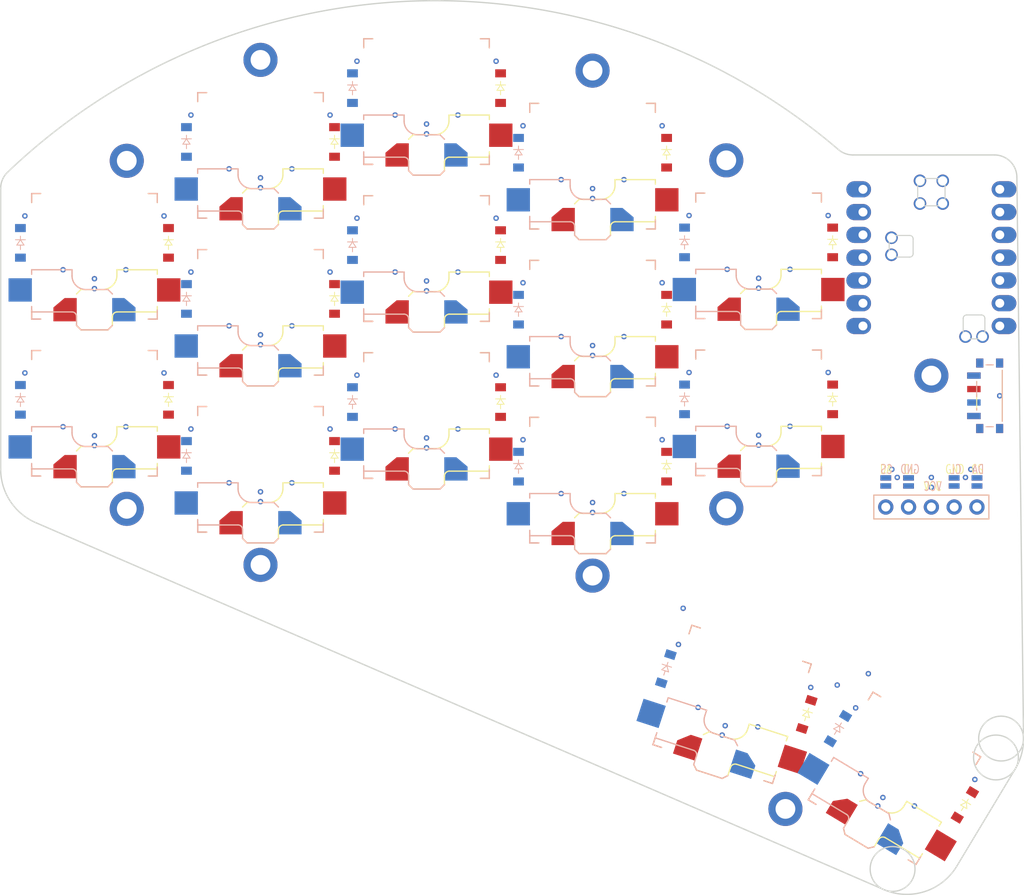
<source format=kicad_pcb>
(kicad_pcb (version 20221018) (generator pcbnew)
  (title_block (title "snak_30") (rev "0.2.1") (company "JackMatanky"))
  (layers (0 "F.Cu" signal) (31 "B.Cu" signal) (34 "B.Paste" user) (35 "F.Paste" user) (36 "B.SilkS" user "B.Silkscreen") (37 "F.SilkS" user "F.Silkscreen") (38 "B.Mask" user) (39 "F.Mask" user) (44 "Edge.Cuts" user))
  (net 0 "")
  (net 1 "C1")
  (net 2 "pinky_mid")
  (net 3 "pinky_top")
  (net 4 "ring_bot")
  (net 5 "C2")
  (net 6 "ring_mid")
  (net 7 "ring_top")
  (net 8 "middle_bot")
  (net 9 "C3")
  (net 10 "middle_mid")
  (net 11 "middle_top")
  (net 12 "index_bot")
  (net 13 "C4")
  (net 14 "index_mid")
  (net 15 "index_top")
  (net 16 "C5")
  (net 17 "inner_mid")
  (net 18 "inner_top")
  (net 19 "out_home")
  (net 20 "in_home")
  (net 21 "R2")
  (net 22 "R1")
  (net 23 "R3")
  (net 24 "R4")
  (net 25 "P5")
  (net 26 "P6")
  (net 27 "RAW5V")
  (net 28 "GND")
  (net 29 "RAW3V3")
  (net 30 "DPD")
  (net 31 "DPE")
  (net 32 "DPC")
  (net 33 "P7")
  (net 34 "SWCLK")
  (net 35 "SWDIO")
  (net 36 "RST")
  (net 37 "BAT_POS")
  (net 38 "BAT_NEG")
  (net 39 "NFC0")
  (net 40 "NFC1")
  (net 41 "P10")
  (net 42 "P8")
  (net 43 "VCC")
  (net 44 "P9")
  (net 45 "DISP1_1")
  (net 46 "DISP1_2")
  (net 47 "DISP1_4")
  (net 48 "DISP1_5")
  (net 49 "MOSI")
  (net 50 "SCK")
  (net 51 "CS")
  (net 52 "pos")
  (footprint "VIA-0.6mm" (layer "F.Cu") (at 96.5 66.5)
    (fp_text reference "REF**" hide)
    (fp_text value "VIA-0.6mm" hide)
    (pad "1" thru_hole circle (at 0 0) (size 0.6 0.6) (drill 0.3) (layers "*.Cu") (net 3 "pinky_top"))
  )
  (footprint "mounting_hole" (layer "F.Cu") (at 118.5 43.1)
    (fp_text reference "H3" hide)
    (fp_text value "" (at 0 0) (layer "F.SilkS") (effects (font (size 1.27 1.27))))
    (pad "" thru_hole circle (at 0 0 180) (size 3.8 3.8) (drill 2.2) (layers "*.Cu" "*.Mask"))
  )
  (footprint "VIA-0.6mm" (layer "F.Cu") (at 137 67.75)
    (fp_text reference "REF**" hide)
    (fp_text value "VIA-0.6mm" hide)
    (pad "1" thru_hole circle (at 0 0) (size 0.6 0.6) (drill 0.3) (layers "*.Cu") (net 10 "middle_mid"))
  )
  (footprint "VIA-0.6mm" (layer "F.Cu") (at 122 55.25)
    (fp_text reference "REF**" hide)
    (fp_text value "VIA-0.6mm" hide)
    (pad "1" thru_hole circle (at 0 0) (size 0.6 0.6) (drill 0.3) (layers "*.Cu") (net 7 "ring_top"))
  )
  (footprint "VIA-0.6mm" (layer "F.Cu") (at 155.5 57.45)
    (fp_text reference "REF**" hide)
    (fp_text value "VIA-0.6mm" hide)
    (pad "1" thru_hole circle (at 0 0) (size 0.6 0.6) (drill 0.3) (layers "*.Cu") (net 15 "index_top"))
  )
  (footprint "PG1350" (layer "F.Cu") (at 137 47.75 180)
    (fp_text reference "S8" hide)
    (fp_text value "" (at 0 0 180) (layer "F.SilkS") (effects (font (size 1.27 1.27))))
    (pad "" np_thru_hole circle (at -5.5 0) (size 1.7018 1.7018) (drill 1.7018) (layers "*.Cu" "*.Mask"))
    (pad "" np_thru_hole circle (at -5 -3.75 195) (size 3 3) (drill 3) (layers "*.Cu" "*.Mask"))
    (pad "" np_thru_hole circle (at 0 -5.95) (size 3 3) (drill 3) (layers "*.Cu" "*.Mask"))
    (pad "" np_thru_hole circle (at 0 0) (size 3.429 3.429) (drill 3.429) (layers "*.Cu" "*.Mask"))
    (pad "" np_thru_hole circle (at 5 -3.75 195) (size 3 3) (drill 3) (layers "*.Cu" "*.Mask"))
    (pad "" np_thru_hole circle (at 5.5 0) (size 1.7018 1.7018) (drill 1.7018) (layers "*.Cu" "*.Mask"))
    (pad "1" smd custom (at -3.275 -5.95 180) (size 1 1) (layers "B.Cu" "B.Paste" "B.Mask") (net 9 "C3") (options (clearance outline) (anchor rect)) (primitives (gr_poly (pts (xy -1.3 -1.3) (xy -1.3 0.25) (xy -0.05 1.3) (xy 1.3 1.3) (xy 1.3 -1.3)) (width 0) (fill yes))))
    (pad "1" connect custom (at 3.275 -5.95 180) (size 0.5 0.5) (layers "F.Cu" "F.Mask") (net 9 "C3") (options (clearance outline) (anchor rect)) (primitives (gr_poly (pts (xy -1.3 -1.3) (xy -1.3 1.3) (xy 0.05 1.3) (xy 1.3 0.25) (xy 1.3 -1.3)) (width 0) (fill yes))))
    (pad "2" smd rect (at -8.275 -3.75 180) (size 2.6 2.6) (layers "F.Cu" "F.Paste" "F.Mask") (net 11 "middle_top"))
    (pad "2" smd rect (at 8.275 -3.75 180) (size 2.6 2.6) (layers "B.Cu" "B.Paste" "B.Mask") (net 11 "middle_top"))
  )
  (footprint "VIA-0.6mm" (layer "F.Cu") (at 187.850483 125.335881 -31)
    (fp_text reference "REF**" hide)
    (fp_text value "VIA-0.6mm" hide)
    (pad "1" thru_hole circle (at 0 0) (size 0.6 0.6) (drill 0.3) (layers "*.Cu") (net 20 "in_home"))
  )
  (footprint "VIA-0.6mm" (layer "F.Cu") (at 110.75 49.25)
    (fp_text reference "REF**" hide)
    (fp_text value "VIA-0.6mm" hide)
    (pad "1" thru_hole circle (at 0 0) (size 0.6 0.6) (drill 0.3) (layers "*.Cu") (net 22 "R1"))
  )
  (footprint "ceoloide:diode_tht_sod123" (layer "F.Cu") (at 108.25 81 -90)
    (fp_text reference "D1" hide)
    (fp_text value "" (at 0 0 -90) (layer "F.SilkS") (effects (font (size 1.27 1.27))))
    (pad "1" smd rect (at -1.65 0 270) (size 0.9 1.2) (layers "F.Cu" "F.Paste" "F.Mask") (net 21 "R2"))
    (pad "2" smd rect (at 1.65 0 270) (size 0.9 1.2) (layers "F.Cu" "F.Paste" "F.Mask") (net 2 "pinky_mid"))
  )
  (footprint "PG1350" (layer "F.Cu") (at 174 82.45 180)
    (fp_text reference "S12" hide)
    (fp_text value "" (at 0 0 180) (layer "F.SilkS") (effects (font (size 1.27 1.27))))
    (pad "" np_thru_hole circle (at -5.5 0) (size 1.7018 1.7018) (drill 1.7018) (layers "*.Cu" "*.Mask"))
    (pad "" np_thru_hole circle (at -5 -3.75 195) (size 3 3) (drill 3) (layers "*.Cu" "*.Mask"))
    (pad "" np_thru_hole circle (at 0 -5.95) (size 3 3) (drill 3) (layers "*.Cu" "*.Mask"))
    (pad "" np_thru_hole circle (at 0 0) (size 3.429 3.429) (drill 3.429) (layers "*.Cu" "*.Mask"))
    (pad "" np_thru_hole circle (at 5 -3.75 195) (size 3 3) (drill 3) (layers "*.Cu" "*.Mask"))
    (pad "" np_thru_hole circle (at 5.5 0) (size 1.7018 1.7018) (drill 1.7018) (layers "*.Cu" "*.Mask"))
    (pad "1" smd custom (at -3.275 -5.95 180) (size 1 1) (layers "B.Cu" "B.Paste" "B.Mask") (net 16 "C5") (options (clearance outline) (anchor rect)) (primitives (gr_poly (pts (xy -1.3 -1.3) (xy -1.3 0.25) (xy -0.05 1.3) (xy 1.3 1.3) (xy 1.3 -1.3)) (width 0) (fill yes))))
    (pad "1" connect custom (at 3.275 -5.95 180) (size 0.5 0.5) (layers "F.Cu" "F.Mask") (net 16 "C5") (options (clearance outline) (anchor rect)) (primitives (gr_poly (pts (xy -1.3 -1.3) (xy -1.3 1.3) (xy 0.05 1.3) (xy 1.3 0.25) (xy 1.3 -1.3)) (width 0) (fill yes))))
    (pad "2" smd rect (at -8.275 -3.75 180) (size 2.6 2.6) (layers "F.Cu" "F.Paste" "F.Mask") (net 17 "inner_mid"))
    (pad "2" smd rect (at 8.275 -3.75 180) (size 2.6 2.6) (layers "B.Cu" "B.Paste" "B.Mask") (net 17 "inner_mid"))
  )
  (footprint "VIA-0.6mm" (layer "F.Cu") (at 122 90.25)
    (fp_text reference "REF**" hide)
    (fp_text value "VIA-0.6mm" hide)
    (pad "1" thru_hole circle (at 0 0) (size 0.6 0.6) (drill 0.3) (layers "*.Cu") (net 4 "ring_bot"))
  )
  (footprint "VIA-0.6mm" (layer "F.Cu") (at 100 85)
    (fp_text reference "REF**" hide)
    (fp_text value "VIA-0.6mm" hide)
    (pad "1" thru_hole circle (at 0 0) (size 0.6 0.6) (drill 0.3) (layers "*.Cu") (net 2 "pinky_mid"))
  )
  (footprint "VIA-0.6mm" (layer "F.Cu") (at 115 72.75)
    (fp_text reference "REF**" hide)
    (fp_text value "VIA-0.6mm" hide)
    (pad "1" thru_hole circle (at 0 0) (size 0.6 0.6) (drill 0.3) (layers "*.Cu") (net 6 "ring_mid"))
  )
  (footprint "PG1350" (layer "F.Cu") (at 137 65.25 180)
    (fp_text reference "S7" hide)
    (fp_text value "" (at 0 0 180) (layer "F.SilkS") (effects (font (size 1.27 1.27))))
    (pad "" np_thru_hole circle (at -5.5 0) (size 1.7018 1.7018) (drill 1.7018) (layers "*.Cu" "*.Mask"))
    (pad "" np_thru_hole circle (at -5 -3.75 195) (size 3 3) (drill 3) (layers "*.Cu" "*.Mask"))
    (pad "" np_thru_hole circle (at 0 -5.95) (size 3 3) (drill 3) (layers "*.Cu" "*.Mask"))
    (pad "" np_thru_hole circle (at 0 0) (size 3.429 3.429) (drill 3.429) (layers "*.Cu" "*.Mask"))
    (pad "" np_thru_hole circle (at 5 -3.75 195) (size 3 3) (drill 3) (layers "*.Cu" "*.Mask"))
    (pad "" np_thru_hole circle (at 5.5 0) (size 1.7018 1.7018) (drill 1.7018) (layers "*.Cu" "*.Mask"))
    (pad "1" smd custom (at -3.275 -5.95 180) (size 1 1) (layers "B.Cu" "B.Paste" "B.Mask") (net 9 "C3") (options (clearance outline) (anchor rect)) (primitives (gr_poly (pts (xy -1.3 -1.3) (xy -1.3 0.25) (xy -0.05 1.3) (xy 1.3 1.3) (xy 1.3 -1.3)) (width 0) (fill yes))))
    (pad "1" connect custom (at 3.275 -5.95 180) (size 0.5 0.5) (layers "F.Cu" "F.Mask") (net 9 "C3") (options (clearance outline) (anchor rect)) (primitives (gr_poly (pts (xy -1.3 -1.3) (xy -1.3 1.3) (xy 0.05 1.3) (xy 1.3 0.25) (xy 1.3 -1.3)) (width 0) (fill yes))))
    (pad "2" smd rect (at -8.275 -3.75 180) (size 2.6 2.6) (layers "F.Cu" "F.Paste" "F.Mask") (net 10 "middle_mid"))
    (pad "2" smd rect (at 8.275 -3.75 180) (size 2.6 2.6) (layers "B.Cu" "B.Paste" "B.Mask") (net 10 "middle_mid"))
  )
  (footprint "VIA-0.6mm" (layer "F.Cu") (at 152 56.45)
    (fp_text reference "REF**" hide)
    (fp_text value "VIA-0.6mm" hide)
    (pad "1" thru_hole circle (at 0 0) (size 0.6 0.6) (drill 0.3) (layers "*.Cu") (net 15 "index_top"))
  )
  (footprint "VIA-0.6mm" (layer "F.Cu") (at 126.25 84.25)
    (fp_text reference "REF**" hide)
    (fp_text value "VIA-0.6mm" hide)
    (pad "1" thru_hole circle (at 0 0) (size 0.6 0.6) (drill 0.3) (layers "*.Cu") (net 23 "R3"))
  )
  (footprint "VIA-0.6mm" (layer "F.Cu") (at 174 86.05)
    (fp_text reference "REF**" hide)
    (fp_text value "VIA-0.6mm" hide)
    (pad "1" thru_hole circle (at 0 0) (size 0.6 0.6) (drill 0.3) (layers "*.Cu") (net 16 "C5"))
  )
  (footprint "VIA-0.6mm" (layer "F.Cu") (at 152 91.45)
    (fp_text reference "REF**" hide)
    (fp_text value "VIA-0.6mm" hide)
    (pad "1" thru_hole circle (at 0 0) (size 0.6 0.6) (drill 0.3) (layers "*.Cu") (net 12 "index_bot"))
  )
  (footprint "nice!view" (layer "F.Cu") (at 193.25 76.25)
    (fp_text reference "DISP1" hide)
    (fp_text value "" (at 0 0) (layer "F.SilkS") (effects (font (size 1.27 1.27))))
    (fp_text user "GND" (at -2.38 12.5) (layer "B.SilkS") (effects (font (size 1 0.7) (thickness 0.1)) (justify mirror)))
    (fp_text user "DA" (at 5.22 12.5) (layer "B.SilkS") (effects (font (size 1 0.7) (thickness 0.1)) (justify mirror)))
    (fp_text user "VCC" (at 0.15 14.4) (layer "B.SilkS") (effects (font (size 1 0.7) (thickness 0.1)) (justify mirror)))
    (fp_text user "CS" (at -4.98 12.5) (layer "B.SilkS") (effects (font (size 1 0.7) (thickness 0.1)) (justify mirror)))
    (fp_text user "CL" (at 2.72 12.5) (layer "B.SilkS") (effects (font (size 1 0.7) (thickness 0.1)) (justify mirror)))
    (fp_text user "VCC" (at 0.15 14.4) (layer "F.SilkS") (effects (font (size 1 0.7) (thickness 0.1))))
    (fp_text user "GND" (at 2.62 12.5) (layer "F.SilkS") (effects (font (size 1 0.7) (thickness 0.1))))
    (fp_text user "CS" (at 5.12 12.5) (layer "F.SilkS") (effects (font (size 1 0.7) (thickness 0.1))))
    (fp_text user "CL" (at -2.48 12.5) (layer "F.SilkS") (effects (font (size 1 0.7) (thickness 0.1))))
    (fp_text user "DA" (at -5.08 12.5) (layer "F.SilkS") (effects (font (size 1 0.7) (thickness 0.1))))
    (pad "1" thru_hole oval (at -5.08 16.7 270) (size 1.7 1.7) (drill 1) (layers "*.Cu" "*.Mask") (net 45 "DISP1_1"))
    (pad "2" thru_hole oval (at -2.54 16.7 270) (size 1.7 1.7) (drill 1) (layers "*.Cu" "*.Mask") (net 46 "DISP1_2"))
    (pad "3" thru_hole oval (at 0 16.7 270) (size 1.7 1.7) (drill 1) (layers "*.Cu" "*.Mask") (net 43 "VCC"))
    (pad "4" thru_hole oval (at 2.54 16.7 270) (size 1.7 1.7) (drill 1) (layers "*.Cu" "*.Mask") (net 47 "DISP1_4"))
    (pad "5" thru_hole circle (at 5.08 16.7 270) (size 1.7 1.7) (drill 1) (layers "*.Cu" "*.Mask") (net 48 "DISP1_5"))
    (pad "10" smd rect (at -5.08 14.35 90) (size 0.6 1.2) (layers "F.Cu" "F.Mask") (net 45 "DISP1_1"))
    (pad "11" smd rect (at -2.54 14.35 90) (size 0.6 1.2) (layers "F.Cu" "F.Mask") (net 46 "DISP1_2"))
    (pad "12" smd rect (at 2.54 14.35 90) (size 0.6 1.2) (layers "F.Cu" "F.Mask") (net 47 "DISP1_4"))
    (pad "13" smd rect (at 5.08 14.35 90) (size 0.6 1.2) (layers "F.Cu" "F.Mask") (net 48 "DISP1_5"))
    (pad "14" smd rect (at -5.08 13.45 90) (size 0.6 1.2) (layers "F.Cu" "F.Mask") (net 41 "P10"))
    (pad "15" smd rect (at -2.54 13.45 90) (size 0.6 1.2) (layers "F.Cu" "F.Mask") (net 42 "P8"))
    (pad "16" smd rect (at 2.54 13.45 90) (size 0.6 1.2) (layers "F.Cu" "F.Mask") (net 28 "GND"))
    (pad "17" smd rect (at 5.08 13.45 90) (size 0.6 1.2) (layers "F.Cu" "F.Mask") (net 44 "P9"))
    (pad "20" smd rect (at 5.08 14.35 270) (size 0.6 1.2) (layers "B.Cu" "B.Mask") (net 48 "DISP1_5"))
    (pad "21" smd rect (at 2.54 14.35 270) (size 0.6 1.2) (layers "B.Cu" "B.Mask") (net 47 "DISP1_4"))
    (pad "22" smd rect (at -2.54 14.35 270) (size 0.6 1.2) (layers "B.Cu" "B.Mask") (net 46 "DISP1_2"))
    (pad "23" smd rect (at -5.08 14.35 270) (size 0.6 1.2) (layers "B.Cu" "B.Mask") (net 45 "DISP1_1"))
    (pad "24" smd rect (at 5.08 13.45 270) (size 0.6 1.2) (layers "B.Cu" "B.Mask") (net 41 "P10"))
    (pad "25" smd rect (at 2.54 13.45 270) (size 0.6 1.2) (layers "B.Cu" "B.Mask") (net 42 "P8"))
    (pad "26" smd rect (at -2.54 13.45 270) (size 0.6 1.2) (layers "B.Cu" "B.Mask") (net 28 "GND"))
    (pad "27" smd rect (at -5.08 13.45 270) (size 0.6 1.2) (layers "B.Cu" "B.Mask") (net 44 "P9"))
  )
  (footprint "VIA-0.6mm" (layer "F.Cu") (at 118.5 57.35)
    (fp_text reference "REF**" hide)
    (fp_text value "VIA-0.6mm" hide)
    (pad "1" thru_hole circle (at 0 0) (size 0.6 0.6) (drill 0.3) (layers "*.Cu") (net 5 "C2"))
  )
  (footprint "VIA-0.6mm" (layer "F.Cu") (at 118.5 92.35)
    (fp_text reference "REF**" hide)
    (fp_text value "VIA-0.6mm" hide)
    (pad "1" thru_hole circle (at 0 0) (size 0.6 0.6) (drill 0.3) (layers "*.Cu") (net 1 "C1"))
  )
  (footprint "VIA-0.6mm" (layer "F.Cu") (at 100 86.1)
    (fp_text reference "REF**" hide)
    (fp_text value "VIA-0.6mm" hide)
    (pad "1" thru_hole circle (at 0 0) (size 0.6 0.6) (drill 0.3) (layers "*.Cu") (net 1 "C1"))
  )
  (footprint "VIA-0.6mm" (layer "F.Cu") (at 92.25 78)
    (fp_text reference "REF**" hide)
    (fp_text value "VIA-0.6mm" hide)
    (pad "1" thru_hole circle (at 0 0) (size 0.6 0.6) (drill 0.3) (layers "*.Cu") (net 21 "R2"))
  )
  (footprint "ceoloide:diode_tht_sod123" (layer "F.Cu") (at 126.75 87.25 -90)
    (fp_text reference "D3" hide)
    (fp_text value "" (at 0 0 -90) (layer "F.SilkS") (effects (font (size 1.27 1.27))))
    (pad "1" smd rect (at -1.65 0 270) (size 0.9 1.2) (layers "F.Cu" "F.Paste" "F.Mask") (net 23 "R3"))
    (pad "2" smd rect (at 1.65 0 270) (size 0.9 1.2) (layers "F.Cu" "F.Paste" "F.Mask") (net 4 "ring_bot"))
  )
  (footprint "VIA-0.6mm" (layer "F.Cu") (at 155.5 93.55)
    (fp_text reference "REF**" hide)
    (fp_text value "VIA-0.6mm" hide)
    (pad "1" thru_hole circle (at 0 0) (size 0.6 0.6) (drill 0.3) (layers "*.Cu") (net 9 "C3"))
  )
  (footprint "VIA-0.6mm" (layer "F.Cu") (at 133.5 49.25)
    (fp_text reference "REF**" hide)
    (fp_text value "VIA-0.6mm" hide)
    (pad "1" thru_hole circle (at 0 0) (size 0.6 0.6) (drill 0.3) (layers "*.Cu") (net 11 "middle_top"))
  )
  (footprint "VIA-0.6mm" (layer "F.Cu") (at 110.75 84.25)
    (fp_text reference "REF**" hide)
    (fp_text value "VIA-0.6mm" hide)
    (pad "1" thru_hole circle (at 0 0) (size 0.6 0.6) (drill 0.3) (layers "*.Cu") (net 23 "R3"))
  )
  (footprint "PG1350" (layer "F.Cu") (at 155.5 89.95 180)
    (fp_text reference "S9" hide)
    (fp_text value "" (at 0 0 180) (layer "F.SilkS") (effects (font (size 1.27 1.27))))
    (pad "" np_thru_hole circle (at -5.5 0) (size 1.7018 1.7018) (drill 1.7018) (layers "*.Cu" "*.Mask"))
    (pad "" np_thru_hole circle (at -5 -3.75 195) (size 3 3) (drill 3) (layers "*.Cu" "*.Mask"))
    (pad "" np_thru_hole circle (at 0 -5.95) (size 3 3) (drill 3) (layers "*.Cu" "*.Mask"))
    (pad "" np_thru_hole circle (at 0 0) (size 3.429 3.429) (drill 3.429) (layers "*.Cu" "*.Mask"))
    (pad "" np_thru_hole circle (at 5 -3.75 195) (size 3 3) (drill 3) (layers "*.Cu" "*.Mask"))
    (pad "" np_thru_hole circle (at 5.5 0) (size 1.7018 1.7018) (drill 1.7018) (layers "*.Cu" "*.Mask"))
    (pad "1" smd custom (at -3.275 -5.95 180) (size 1 1) (layers "B.Cu" "B.Paste" "B.Mask") (net 9 "C3") (options (clearance outline) (anchor rect)) (primitives (gr_poly (pts (xy -1.3 -1.3) (xy -1.3 0.25) (xy -0.05 1.3) (xy 1.3 1.3) (xy 1.3 -1.3)) (width 0) (fill yes))))
    (pad "1" connect custom (at 3.275 -5.95 180) (size 0.5 0.5) (layers "F.Cu" "F.Mask") (net 9 "C3") (options (clearance outline) (anchor rect)) (primitives (gr_poly (pts (xy -1.3 -1.3) (xy -1.3 1.3) (xy 0.05 1.3) (xy 1.3 0.25) (xy 1.3 -1.3)) (width 0) (fill yes))))
    (pad "2" smd rect (at -8.275 -3.75 180) (size 2.6 2.6) (layers "F.Cu" "F.Paste" "F.Mask") (net 12 "index_bot"))
    (pad "2" smd rect (at 8.275 -3.75 180) (size 2.6 2.6) (layers "B.Cu" "B.Paste" "B.Mask") (net 12 "index_bot"))
  )
  (footprint "VIA-0.6mm" (layer "F.Cu") (at 174 67.45)
    (fp_text reference "REF**" hide)
    (fp_text value "VIA-0.6mm" hide)
    (pad "1" thru_hole circle (at 0 0) (size 0.6 0.6) (drill 0.3) (layers "*.Cu") (net 18 "inner_top"))
  )
  (footprint "VIA-0.6mm" (layer "F.Cu") (at 107.75 78)
    (fp_text reference "REF**" hide)
    (fp_text value "VIA-0.6mm" hide)
    (pad "1" thru_hole circle (at 0 0) (size 0.6 0.6) (drill 0.3) (layers "*.Cu") (net 21 "R2"))
  )
  (footprint "mounting_hole" (layer "F.Cu") (at 155.5 44.3)
    (fp_text reference "H5" hide)
    (fp_text value "" (at 0 0) (layer "F.SilkS") (effects (font (size 1.27 1.27))))
    (pad "" thru_hole circle (at 0 0 180) (size 3.8 3.8) (drill 2.2) (layers "*.Cu" "*.Mask"))
  )
  (footprint "XIAO-BLE" (layer "F.Cu") (at 193.25 65.15)
    (fp_text reference "MCU1" hide)
    (fp_text value "xiao-ble" hide)
    (fp_line (start -4.699 -1.7902) (end -4.699 -0.7488) (stroke (width 0.12)) (layer "Edge.Cuts"))
    (fp_line (start -4.0132 -2.476) (end -2.413 -2.476) (stroke (width 0.12)) (layer "Edge.Cuts"))
    (fp_line (start -4.0132 -0.063) (end -2.413 -0.063) (stroke (width 0.12)) (layer "Edge.Cuts"))
    (fp_line (start -2.032 -2.095) (end -2.032 -0.444) (stroke (width 0.12)) (layer "Edge.Cuts"))
    (fp_line (start -1.524 -8.1402) (end -1.524 -6.4638) (stroke (width 0.12)) (layer "Edge.Cuts"))
    (fp_line (start -0.8382 -8.826) (end 0.8382 -8.826) (stroke (width 0.12)) (layer "Edge.Cuts"))
    (fp_line (start -0.8382 -5.778) (end 0.8382 -5.778) (stroke (width 0.12)) (layer "Edge.Cuts"))
    (fp_line (start 1.524 -8.1402) (end 1.524 -6.4638) (stroke (width 0.12)) (layer "Edge.Cuts"))
    (fp_line (start 3.548408 6.769408) (end 3.548408 8.369608) (stroke (width 0.12)) (layer "Edge.Cuts"))
    (fp_line (start 3.929408 6.388408) (end 5.580408 6.388408) (stroke (width 0.12)) (layer "Edge.Cuts"))
    (fp_line (start 4.234208 9.055408) (end 5.275608 9.055408) (stroke (width 0.12)) (layer "Edge.Cuts"))
    (fp_line (start 5.961408 6.769408) (end 5.961408 8.369608) (stroke (width 0.12)) (layer "Edge.Cuts"))
    (fp_arc (start -4.699 -0.7488) (mid -4.095402 -0.666688) (end -4.013137 -0.063111) (stroke (width 0.12)) (layer "Edge.Cuts"))
    (fp_arc (start -4.0132 -2.476) (mid -4.095312 -1.872402) (end -4.698889 -1.790137) (stroke (width 0.12)) (layer "Edge.Cuts"))
    (fp_arc (start -2.413 -2.476) (mid -2.143592 -2.364407) (end -2.032 -2.094998) (stroke (width 0.12)) (layer "Edge.Cuts"))
    (fp_arc (start -2.032 -0.444) (mid -2.143593 -0.174592) (end -2.413002 -0.063) (stroke (width 0.12)) (layer "Edge.Cuts"))
    (fp_arc (start -1.524 -6.4638) (mid -0.920405 -6.381691) (end -0.838133 -5.778118) (stroke (width 0.12)) (layer "Edge.Cuts"))
    (fp_arc (start -0.8382 -8.826) (mid -0.920309 -8.222405) (end -1.523882 -8.140133) (stroke (width 0.12)) (layer "Edge.Cuts"))
    (fp_arc (start 0.8382 -5.778) (mid 0.920405 -6.381522) (end 1.523933 -6.463681) (stroke (width 0.12)) (layer "Edge.Cuts"))
    (fp_arc (start 1.524 -8.1402) (mid 0.920405 -8.222308) (end 0.838133 -8.825881) (stroke (width 0.12)) (layer "Edge.Cuts"))
    (fp_arc (start 3.548408 6.769392) (mid 3.660009 6.499987) (end 3.929424 6.388408) (stroke (width 0.12)) (layer "Edge.Cuts"))
    (fp_arc (start 3.548408 8.369608) (mid 4.152091 8.451796) (end 4.234301 9.055476) (stroke (width 0.12)) (layer "Edge.Cuts"))
    (fp_arc (start 5.275608 9.055408) (mid 5.35788 8.451784) (end 5.961527 8.369675) (stroke (width 0.12)) (layer "Edge.Cuts"))
    (fp_arc (start 5.580408 6.388408) (mid 5.849808 6.500004) (end 5.961392 6.769408) (stroke (width 0.12)) (layer "Edge.Cuts"))
    (pad "1" thru_hole oval (at -7.62 -7.62) (size 2.75 1.8) (drill 1 (offset -0.475 0)) (layers "*.Cu" "*.Mask") (net 1 "C1"))
    (pad "2" thru_hole oval (at -7.62 -5.08) (size 2.75 1.8) (drill 1 (offset -0.475 0)) (layers "*.Cu" "*.Mask") (net 5 "C2"))
    (pad "3" thru_hole oval (at -7.62 -2.54) (size 2.75 1.8) (drill 1 (offset -0.475 0)) (layers "*.Cu" "*.Mask") (net 9 "C3"))
    (pad "4" thru_hole oval (at -7.62 0) (size 2.75 1.8) (drill 1 (offset -0.475 0)) (layers "*.Cu" "*.Mask") (net 13 "C4"))
    (pad "5" thru_hole oval (at -7.62 2.54) (size 2.75 1.8) (drill 1 (offset -0.475 0)) (layers "*.Cu" "*.Mask") (net 16 "C5"))
    (pad "6" thru_hole oval (at -7.62 5.08) (size 2.75 1.8) (drill 1 (offset -0.475 0)) (layers "*.Cu" "*.Mask") (net 25 "P5"))
    (pad "7" thru_hole oval (at -7.62 7.62) (size 2.75 1.8) (drill 1 (offset -0.475 0)) (layers "*.Cu" "*.Mask") (net 26 "P6"))
    (pad "8" thru_hole oval (at 7.62 7.62 180) (size 2.75 1.8) (drill 1 (offset -0.475 0)) (layers "*.Cu" "*.Mask") (net 33 "P7"))
    (pad "9" thru_hole oval (at 7.62 5.08 180) (size 2.75 1.8) (drill 1 (offset -0.475 0)) (layers "*.Cu" "*.Mask") (net 32 "DPC"))
    (pad "10" thru_hole oval (at 7.62 2.54 180) (size 2.75 1.8) (drill 1 (offset -0.475 0)) (layers "*.Cu" "*.Mask") (net 31 "DPE"))
    (pad "11" thru_hole oval (at 7.62 0 180) (size 2.75 1.8) (drill 1 (offset -0.475 0)) (layers "*.Cu" "*.Mask") (net 30 "DPD"))
    (pad "12" thru_hole oval (at 7.62 -2.54 180) (size 2.75 1.8) (drill 1 (offset -0.475 0)) (layers "*.Cu" "*.Mask") (net 29 "RAW3V3"))
    (pad "13" thru_hole oval (at 7.62 -5.08 180) (size 2.75 1.8) (drill 1 (offset -0.475 0)) (layers "*.Cu" "*.Mask") (net 28 "GND"))
    (pad "14" thru_hole oval (at 7.62 -7.62 180) (size 2.75 1.8) (drill 1 (offset -0.475 0)) (layers "*.Cu" "*.Mask") (net 27 "RAW5V"))
    (pad "15" thru_hole circle (at -1.27 -8.572 90) (size 1.397 1.397) (drill 1.016) (layers "*.Cu" "*.Mask") (net 34 "SWCLK"))
    (pad "16" thru_hole circle (at 1.27 -8.572 90) (size 1.397 1.397) (drill 1.016) (layers "*.Cu" "*.Mask") (net 35 "SWDIO"))
    (pad "17" thru_hole circle (at -1.27 -6.032 90) (size 1.397 1.397) (drill 1.016) (layers "*.Cu" "*.Mask") (net 28 "GND"))
    (pad "18" thru_hole circle (at 1.27 -6.032 90) (size 1.397 1.397) (drill 1.016) (layers "*.Cu" "*.Mask") (net 36 "RST"))
    (pad "19" thru_hole circle (at -4.445 -0.317 180) (size 1.397 1.397) (drill 1.016) (layers "*.Cu" "*.Mask") (net 37 "BAT_POS"))
    (pad "20" thru_hole circle (at -4.445 -2.222 180) (size 1.397 1.397) (drill 1.016) (layers "*.Cu" "*.Mask") (net 38 "BAT_NEG"))
    (pad "21" thru_hole circle (at 3.802408 8.801408 270) (size 1.397 1.397) (drill 1.016) (layers "*.Cu" "*.Mask") (net 39 "NFC0"))
    (pad "22" thru_hole circle (at 5.707408 8.801408 270) (size 1.397 1.397) (drill 1.016) (layers "*.Cu" "*.Mask") (net 40 "NFC1"))
  )
  (footprint "mounting_hole" (layer "F.Cu") (at 155.5 100.6)
    (fp_text reference "H6" hide)
    (fp_text value "" (at 0 0) (layer "F.SilkS") (effects (font (size 1.27 1.27))))
    (pad "" thru_hole circle (at 0 0 180) (size 3.8 3.8) (drill 2.2) (layers "*.Cu" "*.Mask"))
  )
  (footprint "VIA-0.6mm" (layer "F.Cu") (at 165.069889 108.275364 -18)
    (fp_text reference "REF**" hide)
    (fp_text value "VIA-0.6mm" hide)
    (pad "1" thru_hole circle (at 0 0) (size 0.6 0.6) (drill 0.3) (layers "*.Cu") (net 23 "R3"))
  )
  (footprint "VIA-0.6mm" (layer "F.Cu") (at 170.5 83.95)
    (fp_text reference "REF**" hide)
    (fp_text value "VIA-0.6mm" hide)
    (pad "1" thru_hole circle (at 0 0) (size 0.6 0.6) (drill 0.3) (layers "*.Cu") (net 17 "inner_mid"))
  )
  (footprint "ceoloide:diode_tht_sod123" (layer "F.Cu") (at 145.25 46.25 -90)
    (fp_text reference "D8" hide)
    (fp_text value "" (at 0 0 -90) (layer "F.SilkS") (effects (font (size 1.27 1.27))))
    (pad "1" smd rect (at -1.65 0 270) (size 0.9 1.2) (layers "F.Cu" "F.Paste" "F.Mask") (net 22 "R1"))
    (pad "2" smd rect (at 1.65 0 270) (size 0.9 1.2) (layers "F.Cu" "F.Paste" "F.Mask") (net 11 "middle_top"))
  )
  (footprint "VIA-0.6mm" (layer "F.Cu") (at 189.45 89.65)
    (fp_text reference "REF**" hide)
    (fp_text value "VIA-0.6mm" hide)
    (pad "1" thru_hole circle (at 0 0) (size 0.6 0.6) (drill 0.3) (layers "*.Cu") (net 51 "CS"))
  )
  (footprint "VIA-0.6mm" (layer "F.Cu") (at 122 72.75)
    (fp_text reference "REF**" hide)
    (fp_text value "VIA-0.6mm" hide)
    (pad "1" thru_hole circle (at 0 0) (size 0.6 0.6) (drill 0.3) (layers "*.Cu") (net 6 "ring_mid"))
  )
  (footprint "VIA-0.6mm" (layer "F.Cu") (at 129.25 43.25)
    (fp_text reference "REF**" hide)
    (fp_text value "VIA-0.6mm" hide)
    (pad "1" thru_hole circle (at 0 0) (size 0.6 0.6) (drill 0.3) (layers "*.Cu") (net 22 "R1"))
  )
  (footprint "VIA-0.6mm" (layer "F.Cu") (at 198.098796 123.327255 -31)
    (fp_text reference "REF**" hide)
    (fp_text value "VIA-0.6mm" hide)
    (pad "1" thru_hole circle (at 0 0) (size 0.6 0.6) (drill 0.3) (layers "*.Cu") (net 23 "R3"))
  )
  (footprint "ceoloide:diode_tht_sod123" (layer "F.Cu") (at 179.359742 116.072805 -108)
    (fp_text reference "D14" hide)
    (fp_text value "" (at 0 0 -108) (layer "F.SilkS") (effects (font (size 1.27 1.27))))
    (pad "1" smd rect (at -1.65 0 252) (size 0.9 1.2) (layers "F.Cu" "F.Paste" "F.Mask") (net 23 "R3"))
    (pad "2" smd rect (at 1.65 0 252) (size 0.9 1.2) (layers "F.Cu" "F.Paste" "F.Mask") (net 19 "out_home"))
  )
  (footprint "power_switch" (layer "F.Cu") (at 199.725 80.55)
    (fp_text reference "SW1" hide)
    (fp_text value "" (at 0 0) (layer "F.SilkS") (effects (font (size 1.27 1.27))))
    (pad "" smd rect (at -1.085 -3.65 90) (size 1 0.8) (layers "F.Cu" "F.Paste" "F.Mask"))
    (pad "" smd rect (at -1.085 -3.65 270) (size 1 0.8) (layers "B.Cu" "B.Paste" "B.Mask"))
    (pad "" smd rect (at -1.085 3.65 90) (size 1 0.8) (layers "F.Cu" "F.Paste" "F.Mask"))
    (pad "" smd rect (at -1.085 3.65 270) (size 1 0.8) (layers "B.Cu" "B.Paste" "B.Mask"))
    (pad "" np_thru_hole circle (at 0.025 -1.5 90) (size 0.9 0.9) (drill 0.9) (layers "*.Cu" "*.Mask"))
    (pad "" np_thru_hole circle (at 0.025 1.5 90) (size 0.9 0.9) (drill 0.9) (layers "*.Cu" "*.Mask"))
    (pad "" smd rect (at 1.125 -3.65 90) (size 1 0.8) (layers "F.Cu" "F.Paste" "F.Mask"))
    (pad "" smd rect (at 1.125 -3.65 270) (size 1 0.8) (layers "B.Cu" "B.Paste" "B.Mask"))
    (pad "" smd rect (at 1.125 3.65 90) (size 1 0.8) (layers "F.Cu" "F.Paste" "F.Mask"))
    (pad "" smd rect (at 1.125 3.65 270) (size 1 0.8) (layers "B.Cu" "B.Paste" "B.Mask"))
    (pad "1" smd rect (at -1.735 2.25 90) (size 0.7 1.5) (layers "F.Cu" "F.Paste" "F.Mask"))
    (pad "2" smd rect (at -1.735 -0.75 90) (size 0.7 1.5) (layers "F.Cu" "F.Paste" "F.Mask") (net 37 "BAT_POS"))
    (pad "3" smd rect (at -1.735 -2.25 90) (size 0.7 1.5) (layers "F.Cu" "F.Paste" "F.Mask") (net 29 "RAW3V3"))
    (pad "4" smd rect (at -1.735 2.25 270) (size 0.7 1.5) (layers "B.Cu" "B.Paste" "B.Mask"))
    (pad "5" smd rect (at -1.735 0.75 270) (size 0.7 1.5) (layers "B.Cu" "B.Paste" "B.Mask") (net 37 "BAT_POS"))
    (pad "6" smd rect (at -1.735 -2.25 270) (size 0.7 1.5) (layers "B.Cu" "B.Paste" "B.Mask") (net 29 "RAW3V3"))
  )
  (footprint "PG1350" (layer "F.Cu") (at 118.5 71.25 180)
    (fp_text reference "S4" hide)
    (fp_text value "" (at 0 0 180) (layer "F.SilkS") (effects (font (size 1.27 1.27))))
    (pad "" np_thru_hole circle (at -5.5 0) (size 1.7018 1.7018) (drill 1.7018) (layers "*.Cu" "*.Mask"))
    (pad "" np_thru_hole circle (at -5 -3.75 195) (size 3 3) (drill 3) (layers "*.Cu" "*.Mask"))
    (pad "" np_thru_hole circle (at 0 -5.95) (size 3 3) (drill 3) (layers "*.Cu" "*.Mask"))
    (pad "" np_thru_hole circle (at 0 0) (size 3.429 3.429) (drill 3.429) (layers "*.Cu" "*.Mask"))
    (pad "" np_thru_hole circle (at 5 -3.75 195) (size 3 3) (drill 3) (layers "*.Cu" "*.Mask"))
    (pad "" np_thru_hole circle (at 5.5 0) (size 1.7018 1.7018) (drill 1.7018) (layers "*.Cu" "*.Mask"))
    (pad "1" smd custom (at -3.275 -5.95 180) (size 1 1) (layers "B.Cu" "B.Paste" "B.Mask") (net 5 "C2") (options (clearance outline) (anchor rect)) (primitives (gr_poly (pts (xy -1.3 -1.3) (xy -1.3 0.25) (xy -0.05 1.3) (xy 1.3 1.3) (xy 1.3 -1.3)) (width 0) (fill yes))))
    (pad "1" connect custom (at 3.275 -5.95 180) (size 0.5 0.5) (layers "F.Cu" "F.Mask") (net 5 "C2") (options (clearance outline) (anchor rect)) (primitives (gr_poly (pts (xy -1.3 -1.3) (xy -1.3 1.3) (xy 0.05 1.3) (xy 1.3 0.25) (xy 1.3 -1.3)) (width 0) (fill yes))))
    (pad "2" smd rect (at -8.275 -3.75 180) (size 2.6 2.6) (layers "F.Cu" "F.Paste" "F.Mask") (net 6 "ring_mid"))
    (pad "2" smd rect (at 8.275 -3.75 180) (size 2.6 2.6) (layers "B.Cu" "B.Paste" "B.Mask") (net 6 "ring_mid"))
  )
  (footprint "VIA-0.6mm" (layer "F.Cu") (at 137 50.25)
    (fp_text reference "REF**" hide)
    (fp_text value "VIA-0.6mm" hide)
    (pad "1" thru_hole circle (at 0 0) (size 0.6 0.6) (drill 0.3) (layers "*.Cu") (net 11 "middle_top"))
  )
  (footprint "VIA-0.6mm" (layer "F.Cu") (at 193.25 89.65)
    (fp_text reference "REF**" hide)
    (fp_text value "VIA-0.6mm" hide)
    (pad "1" thru_hole circle (at 0 0) (size 0.6 0.6) (drill 0.3) (layers "*.Cu") (net 50 "SCK"))
  )
  (footprint "VIA-0.6mm" (layer "F.Cu") (at 188.85 88.75)
    (fp_text reference "REF**" hide)
    (fp_text value "VIA-0.6mm" hide)
    (pad "1" thru_hole circle (at 0 0) (size 0.6 0.6) (drill 0.3) (layers "*.Cu") (net 49 "MOSI"))
  )
  (footprint "VIA-0.6mm" (layer "F.Cu") (at 155.5 58.55)
    (fp_text reference "REF**" hide)
    (fp_text value "VIA-0.6mm" hide)
    (pad "1" thru_hole circle (at 0 0) (size 0.6 0.6) (drill 0.3) (layers "*.Cu") (net 13 "C4"))
  )
  (footprint "PG1350" (layer "F.Cu") (at 171.05 114.95 162)
    (fp_text reference "S14" hide)
    (fp_text value "" (at 0 0 162) (layer "F.SilkS") (effects (font (size 1.27 1.27))))
    (pad "" np_thru_hole circle (at -5.5 0) (size 1.7018 1.7018) (drill 1.7018) (layers "*.Cu" "*.Mask"))
    (pad "" np_thru_hole circle (at -5 -3.75 195) (size 3 3) (drill 3) (layers "*.Cu" "*.Mask"))
    (pad "" np_thru_hole circle (at 0 -5.95) (size 3 3) (drill 3) (layers "*.Cu" "*.Mask"))
    (pad "" np_thru_hole circle (at 0 0) (size 3.429 3.429) (drill 3.429) (layers "*.Cu" "*.Mask"))
    (pad "" np_thru_hole circle (at 5 -3.75 195) (size 3 3) (drill 3) (layers "*.Cu" "*.Mask"))
    (pad "" np_thru_hole circle (at 5.5 0) (size 1.7018 1.7018) (drill 1.7018) (layers "*.Cu" "*.Mask"))
    (pad "1" smd custom (at -3.275 -5.95 162) (size 1 1) (layers "B.Cu" "B.Paste" "B.Mask") (net 13 "C4") (options (clearance outline) (anchor rect)) (primitives (gr_poly (pts (xy -1.3 -1.3) (xy -1.3 0.25) (xy -0.05 1.3) (xy 1.3 1.3) (xy 1.3 -1.3)) (width 0) (fill yes))))
    (pad "1" connect custom (at 3.275 -5.95 162) (size 0.5 0.5) (layers "F.Cu" "F.Mask") (net 13 "C4") (options (clearance outline) (anchor rect)) (primitives (gr_poly (pts (xy -1.3 -1.3) (xy -1.3 1.3) (xy 0.05 1.3) (xy 1.3 0.25) (xy 1.3 -1.3)) (width 0) (fill yes))))
    (pad "2" smd rect (at -8.275 -3.75 162) (size 2.6 2.6) (layers "F.Cu" "F.Paste" "F.Mask") (net 19 "out_home"))
    (pad "2" smd rect (at 8.275 -3.75 162) (size 2.6 2.6) (layers "B.Cu" "B.Paste" "B.Mask") (net 19 "out_home"))
  )
  (footprint "VIA-0.6mm" (layer "F.Cu") (at 137 85.25)
    (fp_text reference "REF**" hide)
    (fp_text value "VIA-0.6mm" hide)
    (pad "1" thru_hole circle (at 0 0) (size 0.6 0.6) (drill 0.3) (layers "*.Cu") (net 8 "middle_bot"))
  )
  (footprint "VIA-0.6mm" (layer "F.Cu") (at 155.5 74.95)
    (fp_text reference "REF**" hide)
    (fp_text value "VIA-0.6mm" hide)
    (pad "1" thru_hole circle (at 0 0) (size 0.6 0.6) (drill 0.3) (layers "*.Cu") (net 14 "index_mid"))
  )
  (footprint "VIA-0.6mm" (layer "F.Cu") (at 159 73.95)
    (fp_text reference "REF**" hide)
    (fp_text value "VIA-0.6mm" hide)
    (pad "1" thru_hole circle (at 0 0) (size 0.6 0.6) (drill 0.3) (layers "*.Cu") (net 14 "index_mid"))
  )
  (footprint "VIA-0.6mm" (layer "F.Cu") (at 169.937539 118.373804 -18)
    (fp_text reference "REF**" hide)
    (fp_text value "VIA-0.6mm" hide)
    (pad "1" thru_hole circle (at 0 0) (size 0.6 0.6) (drill 0.3) (layers "*.Cu") (net 13 "C4"))
  )
  (footprint "VIA-0.6mm" (layer "F.Cu") (at 170.5 66.45)
    (fp_text reference "REF**" hide)
    (fp_text value "VIA-0.6mm" hide)
    (pad "1" thru_hole circle (at 0 0) (size 0.6 0.6) (drill 0.3) (layers "*.Cu") (net 18 "inner_top"))
  )
  (footprint "VIA-0.6mm" (layer "F.Cu") (at 177.5 66.45)
    (fp_text reference "REF**" hide)
    (fp_text value "VIA-0.6mm" hide)
    (pad "1" thru_hole circle (at 0 0) (size 0.6 0.6) (drill 0.3) (layers "*.Cu") (net 18 "inner_top"))
  )
  (footprint "VIA-0.6mm" (layer "F.Cu") (at 173.915172 117.458144 -18)
    (fp_text reference "REF**" hide)
    (fp_text value "VIA-0.6mm" hide)
    (pad "1" thru_hole circle (at 0 0) (size 0.6 0.6) (drill 0.3) (layers "*.Cu") (net 19 "out_home"))
  )
  (footprint "VIA-0.6mm" (layer "F.Cu") (at 103.5 66.5)
    (fp_text reference "REF**" hide)
    (fp_text value "VIA-0.6mm" hide)
    (pad "1" thru_hole circle (at 0 0) (size 0.6 0.6) (drill 0.3) (layers "*.Cu") (net 3 "pinky_top"))
  )
  (footprint "PG1350" (layer "F.Cu") (at 155.5 72.45 180)
    (fp_text reference "S10" hide)
    (fp_text value "" (at 0 0 180) (layer "F.SilkS") (effects (font (size 1.27 1.27))))
    (pad "" np_thru_hole circle (at -5.5 0) (size 1.7018 1.7018) (drill 1.7018) (layers "*.Cu" "*.Mask"))
    (pad "" np_thru_hole circle (at -5 -3.75 195) (size 3 3) (drill 3) (layers "*.Cu" "*.Mask"))
    (pad "" np_thru_hole circle (at 0 -5.95) (size 3 3) (drill 3) (layers "*.Cu" "*.Mask"))
    (pad "" np_thru_hole circle (at 0 0) (size 3.429 3.429) (drill 3.429) (layers "*.Cu" "*.Mask"))
    (pad "" np_thru_hole circle (at 5 -3.75 195) (size 3 3) (drill 3) (layers "*.Cu" "*.Mask"))
    (pad "" np_thru_hole circle (at 5.5 0) (size 1.7018 1.7018) (drill 1.7018) (layers "*.Cu" "*.Mask"))
    (pad "1" smd custom (at -3.275 -5.95 180) (size 1 1) (layers "B.Cu" "B.Paste" "B.Mask") (net 13 "C4") (options (clearance outline) (anchor rect)) (primitives (gr_poly (pts (xy -1.3 -1.3) (xy -1.3 0.25) (xy -0.05 1.3) (xy 1.3 1.3) (xy 1.3 -1.3)) (width 0) (fill yes))))
    (pad "1" connect custom (at 3.275 -5.95 180) (size 0.5 0.5) (layers "F.Cu" "F.Mask") (net 13 "C4") (options (clearance outline) (anchor rect)) (primitives (gr_poly (pts (xy -1.3 -1.3) (xy -1.3 1.3) (xy 0.05 1.3) (xy 1.3 0.25) (xy 1.3 -1.3)) (width 0) (fill yes))))
    (pad "2" smd rect (at -8.275 -3.75 180) (size 2.6 2.6) (layers "F.Cu" "F.Paste" "F.Mask") (net 14 "index_mid"))
    (pad "2" smd rect (at 8.275 -3.75 180) (size 2.6 2.6) (layers "B.Cu" "B.Paste" "B.Mask") (net 14 "index_mid"))
  )
  (footprint "VIA-0.6mm" (layer "F.Cu") (at 92.25 60.5)
    (fp_text reference "REF**" hide)
    (fp_text value "VIA-0.6mm" hide)
    (pad "1" thru_hole circle (at 0 0) (size 0.6 0.6) (drill 0.3) (layers "*.Cu") (net 22 "R1"))
  )
  (footprint "VIA-0.6mm" (layer "F.Cu") (at 163.25 67.95)
    (fp_text reference "REF**" hide)
    (fp_text value "VIA-0.6mm" hide)
    (pad "1" thru_hole circle (at 0 0) (size 0.6 0.6) (drill 0.3) (layers "*.Cu") (net 21 "R2"))
  )
  (footprint "VIA-0.6mm" (layer "F.Cu") (at 170.277458 117.327641 -18)
    (fp_text reference "REF**" hide)
    (fp_text value "VIA-0.6mm" hide)
    (pad "1" thru_hole circle (at 0 0) (size 0.6 0.6) (drill 0.3) (layers "*.Cu") (net 19 "out_home"))
  )
  (footprint "VIA-0.6mm" (layer "F.Cu") (at 118.5 91.25)
    (fp_text reference "REF**" hide)
    (fp_text value "VIA-0.6mm" hide)
    (pad "1" thru_hole circle (at 0 0) (size 0.6 0.6) (drill 0.3) (layers "*.Cu") (net 4 "ring_bot"))
  )
  (footprint "PG1350" (layer "F.Cu") (at 118.5 88.75 180)
    (fp_text reference "S3" hide)
    (fp_text value "" (at 0 0 180) (layer "F.SilkS") (effects (font (size 1.27 1.27))))
    (pad "" np_thru_hole circle (at -5.5 0) (size 1.7018 1.7018) (drill 1.7018) (layers "*.Cu" "*.Mask"))
    (pad "" np_thru_hole circle (at -5 -3.75 195) (size 3 3) (drill 3) (layers "*.Cu" "*.Mask"))
    (pad "" np_thru_hole circle (at 0 -5.95) (size 3 3) (drill 3) (layers "*.Cu" "*.Mask"))
    (pad "" np_thru_hole circle (at 0 0) (size 3.429 3.429) (drill 3.429) (layers "*.Cu" "*.Mask"))
    (pad "" np_thru_hole circle (at 5 -3.75 195) (size 3 3) (drill 3) (layers "*.Cu" "*.Mask"))
    (pad "" np_thru_hole circle (at 5.5 0) (size 1.7018 1.7018) (drill 1.7018) (layers "*.Cu" "*.Mask"))
    (pad "1" smd custom (at -3.275 -5.95 180) (size 1 1) (layers "B.Cu" "B.Paste" "B.Mask") (net 1 "C1") (options (clearance outline) (anchor rect)) (primitives (gr_poly (pts (xy -1.3 -1.3) (xy -1.3 0.25) (xy -0.05 1.3) (xy 1.3 1.3) (xy 1.3 -1.3)) (width 0) (fill yes))))
    (pad "1" connect custom (at 3.275 -5.95 180) (size 0.5 0.5) (layers "F.Cu" "F.Mask") (net 1 "C1") (options (clearance outline) (anchor rect)) (primitives (gr_poly (pts (xy -1.3 -1.3) (xy -1.3 1.3) (xy 0.05 1.3) (xy 1.3 0.25) (xy 1.3 -1.3)) (width 0) (fill yes))))
    (pad "2" smd rect (at -8.275 -3.75 180) (size 2.6 2.6) (layers "F.Cu" "F.Paste" "F.Mask") (net 4 "ring_bot"))
    (pad "2" smd rect (at 8.275 -3.75 180) (size 2.6 2.6) (layers "B.Cu" "B.Paste" "B.Mask") (net 4 "ring_bot"))
  )
  (footprint "VIA-0.6mm" (layer "F.Cu") (at 140.5 84.25)
    (fp_text reference "REF**" hide)
    (fp_text value "VIA-0.6mm" hide)
    (pad "1" thru_hole circle (at 0 0) (size 0.6 0.6) (drill 0.3) (layers "*.Cu") (net 8 "middle_bot"))
  )
  (footprint "VIA-0.6mm" (layer "F.Cu") (at 100 68.6)
    (fp_text reference "REF**" hide)
    (fp_text value "VIA-0.6mm" hide)
    (pad "1" thru_hole circle (at 0 0) (size 0.6 0.6) (drill 0.3) (layers "*.Cu") (net 1 "C1"))
  )
  (footprint "VIA-0.6mm" (layer "F.Cu") (at 159 56.45)
    (fp_text reference "REF**" hide)
    (fp_text value "VIA-0.6mm" hide)
    (pad "1" thru_hole circle (at 0 0) (size 0.6 0.6) (drill 0.3) (layers "*.Cu") (net 15 "index_top"))
  )
  (footprint "mounting_hole" (layer "F.Cu") (at 176.988866 126.60568 -18)
    (fp_text reference "H9" hide)
    (fp_text value "" (at 0 0 -18) (layer "F.SilkS") (effects (font (size 1.27 1.27))))
    (pad "" thru_hole circle (at 0 0 180) (size 3.8 3.8) (drill 2.2) (layers "*.Cu" "*.Mask"))
  )
  (footprint "VIA-0.6mm" (layer "F.Cu") (at 115 90.25)
    (fp_text reference "REF**" hide)
    (fp_text value "VIA-0.6mm" hide)
    (pad "1" thru_hole circle (at 0 0) (size 0.6 0.6) (drill 0.3) (layers "*.Cu") (net 4 "ring_bot"))
  )
  (footprint "ceoloide:diode_tht_sod123" (layer "F.Cu") (at 196.982265 126.156276 -121)
    (fp_text reference "D15" hide)
    (fp_text value "" (at 0 0 -121) (layer "F.SilkS") (effects (font (size 1.27 1.27))))
    (pad "1" smd rect (at -1.65 0 239) (size 0.9 1.2) (layers "F.Cu" "F.Paste" "F.Mask") (net 23 "R3"))
    (pad "2" smd rect (at 1.65 0 239) (size 0.9 1.2) (layers "F.Cu" "F.Paste" "F.Mask") (net 20 "in_home"))
  )
  (footprint "VIA-0.6mm" (layer "F.Cu") (at 140.5 66.75)
    (fp_text reference "REF**" hide)
    (fp_text value "VIA-0.6mm" hide)
    (pad "1" thru_hole circle (at 0 0) (size 0.6 0.6) (drill 0.3) (layers "*.Cu") (net 10 "middle_mid"))
  )
  (footprint "mounting_hole" (layer "F.Cu") (at 170.4 54.3)
    (fp_text reference "H7" hide)
    (fp_text value "" (at 0 0) (layer "F.SilkS") (effects (font (size 1.27 1.27))))
    (pad "" thru_hole circle (at 0 0 180) (size 3.8 3.8) (drill 2.2) (layers "*.Cu" "*.Mask"))
  )
  (footprint "VIA-0.6mm" (layer "F.Cu") (at 137 68.85)
    (fp_text reference "REF**" hide)
    (fp_text value "VIA-0.6mm" hide)
    (pad "1" thru_hole circle (at 0 0) (size 0.6 0.6) (drill 0.3) (layers "*.Cu") (net 9 "C3"))
  )
  (footprint "PG1350" (layer "F.Cu") (at 100 65 180)
    (fp_text reference "S2" hide)
    (fp_text value "" (at 0 0 180) (layer "F.SilkS") (effects (font (size 1.27 1.27))))
    (pad "" np_thru_hole circle (at -5.5 0) (size 1.7018 1.7018) (drill 1.7018) (layers "*.Cu" "*.Mask"))
    (pad "" np_thru_hole circle (at -5 -3.75 195) (size 3 3) (drill 3) (layers "*.Cu" "*.Mask"))
    (pad "" np_thru_hole circle (at 0 -5.95) (size 3 3) (drill 3) (layers "*.Cu" "*.Mask"))
    (pad "" np_thru_hole circle (at 0 0) (size 3.429 3.429) (drill 3.429) (layers "*.Cu" "*.Mask"))
    (pad "" np_thru_hole circle (at 5 -3.75 195) (size 3 3) (drill 3) (layers "*.Cu" "*.Mask"))
    (pad "" np_thru_hole circle (at 5.5 0) (size 1.7018 1.7018) (drill 1.7018) (layers "*.Cu" "*.Mask"))
    (pad "1" smd custom (at -3.275 -5.95 180) (size 1 1) (layers "B.Cu" "B.Paste" "B.Mask") (net 1 "C1") (options (clearance outline) (anchor rect)) (primitives (gr_poly (pts (xy -1.3 -1.3) (xy -1.3 0.25) (xy -0.05 1.3) (xy 1.3 1.3) (xy 1.3 -1.3)) (width 0) (fill yes))))
    (pad "1" connect custom (at 3.275 -5.95 180) (size 0.5 0.5) (layers "F.Cu" "F.Mask") (net 1 "C1") (options (clearance outline) (anchor rect)) (primitives (gr_poly (pts (xy -1.3 -1.3) (xy -1.3 1.3) (xy 0.05 1.3) (xy 1.3 0.25) (xy 1.3 -1.3)) (width 0) (fill yes))))
    (pad "2" smd rect (at -8.275 -3.75 180) (size 2.6 2.6) (layers "F.Cu" "F.Paste" "F.Mask") (net 3 "pinky_top"))
    (pad "2" smd rect (at 8.275 -3.75 180) (size 2.6 2.6) (layers "B.Cu" "B.Paste" "B.Mask") (net 3 "pinky_top"))
  )
  (footprint "VIA-0.6mm" (layer "F.Cu") (at 129.25 78.25)
    (fp_text reference "REF**" hide)
    (fp_text value "VIA-0.6mm" hide)
    (pad "1" thru_hole circle (at 0 0) (size 0.6 0.6) (drill 0.3) (layers "*.Cu") (net 23 "R3"))
  )
  (footprint "VIA-0.6mm" (layer "F.Cu") (at 133.5 66.75)
    (fp_text reference "REF**" hide)
    (fp_text value "VIA-0.6mm" hide)
    (pad "1" thru_hole circle (at 0 0) (size 0.6 0.6) (drill 0.3) (layers "*.Cu") (net 10 "middle_mid"))
  )
  (footprint "VIA-0.6mm" (layer "F.Cu") (at 184.812703 115.344165 -31)
    (fp_text reference "REF**" hide)
    (fp_text value "VIA-0.6mm" hide)
    (pad "1" thru_hole circle (at 0 0) (size 0.6 0.6) (drill 0.3) (layers "*.Cu") (net 23 "R3"))
  )
  (footprint "VIA-0.6mm" (layer "F.Cu") (at 197.05 89.65)
    (fp_text reference "REF**" hide)
    (fp_text value "VIA-0.6mm" hide)
    (pad "1" thru_hole circle (at 0 0) (size 0.6 0.6) (drill 0.3) (layers "*.Cu") (net 51 "CS"))
  )
  (footprint "VIA-0.6mm" (layer "F.Cu") (at 147.75 67.95)
    (fp_text reference "REF**" hide)
    (fp_text value "VIA-0.6mm" hide)
    (pad "1" thru_hole circle (at 0 0) (size 0.6 0.6) (drill 0.3) (layers "*.Cu") (net 21 "R2"))
  )
  (footprint "VIA-0.6mm" (layer "F.Cu") (at 193.25 90.75)
    (fp_text reference "REF**" hide)
    (fp_text value "VIA-0.6mm" hide)
    (pad "1" thru_hole circle (at 0 0) (size 0.6 0.6) (drill 0.3) (layers "*.Cu") (net 28 "GND"))
  )
  (footprint "ceoloide:diode_tht_sod123" (layer "F.Cu") (at 163.75 53.45 -90)
    (fp_text reference "D11" hide)
    (fp_text value "" (at 0 0 -90) (layer "F.SilkS") (effects (font (size 1.27 1.27))))
    (pad "1" smd rect (at -1.65 0 270) (size 0.9 1.2) (layers "F.Cu" "F.Paste" "F.Mask") (net 22 "R1"))
    (pad "2" smd rect (at 1.65 0 270) (size 0.9 1.2) (layers "F.Cu" "F.Paste" "F.Mask") (net 15 "index_top"))
  )
  (footprint "VIA-0.6mm" (layer "F.Cu") (at 140.5 49.25)
    (fp_text reference "REF**" hide)
    (fp_text value "VIA-0.6mm" hide)
    (pad "1" thru_hole circle (at 0 0) (size 0.6 0.6) (drill 0.3) (layers "*.Cu") (net 11 "middle_top"))
  )
  (footprint "VIA-0.6mm" (layer "F.Cu") (at 147.75 50.45)
    (fp_text reference "REF**" hide)
    (fp_text value "VIA-0.6mm" hide)
    (pad "1" thru_hole circle (at 0 0) (size 0.6 0.6) (drill 0.3) (layers "*.Cu") (net 22 "R1"))
  )
  (footprint "VIA-0.6mm" (layer "F.Cu") (at 163.25 50.45)
    (fp_text reference "REF**" hide)
    (fp_text value "VIA-0.6mm" hide)
    (pad "1" thru_hole circle (at 0 0) (size 0.6 0.6) (drill 0.3) (layers "*.Cu") (net 22 "R1"))
  )
  (footprint "ceoloide:diode_tht_sod123" (layer "F.Cu") (at 145.25 63.75 -90)
    (fp_text reference "D7" hide)
    (fp_text value "" (at 0 0 -90) (layer "F.SilkS") (effects (font (size 1.27 1.27))))
    (pad "1" smd rect (at -1.65 0 270) (size 0.9 1.2) (layers "F.Cu" "F.Paste" "F.Mask") (net 21 "R2"))
    (pad "2" smd rect (at 1.65 0 270) (size 0.9 1.2) (layers "F.Cu" "F.Paste" "F.Mask") (net 10 "middle_mid"))
  )
  (footprint "VIA-0.6mm" (layer "F.Cu") (at 182.763413 112.797633 -18)
    (fp_text reference "REF**" hide)
    (fp_text value "VIA-0.6mm" hide)
    (pad "1" thru_hole circle (at 0 0) (size 0.6 0.6) (drill 0.3) (layers "*.Cu") (net 24 "R4"))
  )
  (footprint "VIA-0.6mm" (layer "F.Cu") (at 115 55.25)
    (fp_text reference "REF**" hide)
    (fp_text value "VIA-0.6mm" hide)
    (pad "1" thru_hole circle (at 0 0) (size 0.6 0.6) (drill 0.3) (layers "*.Cu") (net 7 "ring_top"))
  )
  (footprint "VIA-0.6mm" (layer "F.Cu") (at 200.8625 80.55)
    (fp_text reference "REF**" hide)
    (fp_text value "VIA-0.6mm" hide)
    (pad "1" thru_hole circle (at 0 0) (size 0.6 0.6) (drill 0.3) (layers "*.Cu") (net 52 "pos"))
  )
  (footprint "ceoloide:diode_tht_sod123" (layer "F.Cu") (at 145.25 81.25 -90)
    (fp_text reference "D6" hide)
    (fp_text value "" (at 0 0 -90) (layer "F.SilkS") (effects (font (size 1.27 1.27))))
    (pad "1" smd rect (at -1.65 0 270) (size 0.9 1.2) (layers "F.Cu" "F.Paste" "F.Mask") (net 23 "R3"))
    (pad "2" smd rect (at 1.65 0 270) (size 0.9 1.2) (layers "F.Cu" "F.Paste" "F.Mask") (net 8 "middle_bot"))
  )
  (footprint "mounting_hole" (layer "F.Cu") (at 193.25 78.3)
    (fp_text reference "H10" hide)
    (fp_text value "" (at 0 0) (layer "F.SilkS") (effects (font (size 1.27 1.27))))
    (pad "" thru_hole circle (at 0 0 180) (size 3.8 3.8) (drill 2.2) (layers "*.Cu" "*.Mask"))
  )
  (footprint "VIA-0.6mm" (layer "F.Cu") (at 126.25 49.25)
    (fp_text reference "REF**" hide)
    (fp_text value "VIA-0.6mm" hide)
    (pad "1" thru_hole circle (at 0 0) (size 0.6 0.6) (drill 0.3) (layers "*.Cu") (net 22 "R1"))
  )
  (footprint "ceoloide:diode_tht_sod123" (layer "F.Cu") (at 182.25 80.95 -90)
    (fp_text reference "D12" hide)
    (fp_text value "" (at 0 0 -90) (layer "F.SilkS") (effects (font (size 1.27 1.27))))
    (pad "1" smd rect (at -1.65 0 270) (size 0.9 1.2) (layers "F.Cu" "F.Paste" "F.Mask") (net 21 "R2"))
    (pad "2" smd rect (at 1.65 0 270) (size 0.9 1.2) (layers "F.Cu" "F.Paste" "F.Mask") (net 17 "inner_mid"))
  )
  (footprint "VIA-0.6mm" (layer "F.Cu") (at 174 68.55)
    (fp_text reference "REF**" hide)
    (fp_text value "VIA-0.6mm" hide)
    (pad "1" thru_hole circle (at 0 0) (size 0.6 0.6) (drill 0.3) (layers "*.Cu") (net 16 "C5"))
  )
  (footprint "VIA-0.6mm" (layer "F.Cu") (at 174 84.95)
    (fp_text reference "REF**" hide)
    (fp_text value "VIA-0.6mm" hide)
    (pad "1" thru_hole circle (at 0 0) (size 0.6 0.6) (drill 0.3) (layers "*.Cu") (net 17 "inner_mid"))
  )
  (footprint "VIA-0.6mm" (layer "F.Cu") (at 197.65 88.75)
    (fp_text reference "REF**" hide)
    (fp_text value "VIA-0.6mm" hide)
    (pad "1" thru_hole circle (at 0 0) (size 0.6 0.6) (drill 0.3) (layers "*.Cu") (net 49 "MOSI"))
  )
  (footprint "VIA-0.6mm" (layer "F.Cu") (at 159 91.45)
    (fp_text reference "REF**" hide)
    (fp_text value "VIA-0.6mm" hide)
    (pad "1" thru_hole circle (at 0 0) (size 0.6 0.6) (drill 0.3) (layers "*.Cu") (net 12 "index_bot"))
  )
  (footprint "VIA-0.6mm" (layer "F.Cu") (at 144.75 60.75)
    (fp_text reference "REF**" hide)
    (fp_text value "VIA-0.6mm" hide)
    (pad "1" thru_hole circle (at 0 0) (size 0.6 0.6) (drill 0.3) (layers "*.Cu") (net 21 "R2"))
  )
  (footprint "VIA-0.6mm" (layer "F.Cu") (at 147.75 85.45)
    (fp_text reference "REF**" hide)
    (fp_text value "VIA-0.6mm" hide)
    (pad "1" thru_hole circle (at 0 0) (size 0.6 0.6) (drill 0.3) (layers "*.Cu") (net 23 "R3"))
  )
  (footprint "ceoloide:diode_tht_sod123" (layer "F.Cu") (at 126.75 69.75 -90)
    (fp_text reference "D4" hide)
    (fp_text value "" (at 0 0 -90) (layer "F.SilkS") (effects (font (size 1.27 1.27))))
    (pad "1" smd rect (at -1.65 0 270) (size 0.9 1.2) (layers "F.Cu" "F.Paste" "F.Mask") (net 21 "R2"))
    (pad "2" smd rect (at 1.65 0 270) (size 0.9 1.2) (layers "F.Cu" "F.Paste" "F.Mask") (net 6 "ring_mid"))
  )
  (footprint "VIA-0.6mm" (layer "F.Cu") (at 118.5 74.85)
    (fp_text reference "REF**" hide)
    (fp_text value "VIA-0.6mm" hide)
    (pad "1" thru_hole circle (at 0 0) (size 0.6 0.6) (drill 0.3) (layers "*.Cu") (net 5 "C2"))
  )
  (footprint "PG1350" (layer "F.Cu") (at 155.5 54.95 180)
    (fp_text reference "S11" hide)
    (fp_text value "" (at 0 0 180) (layer "F.SilkS") (effects (font (size 1.27 1.27))))
    (pad "" np_thru_hole circle (at -5.5 0) (size 1.7018 1.7018) (drill 1.7018) (layers "*.Cu" "*.Mask"))
    (pad "" np_thru_hole circle (at -5 -3.75 195) (size 3 3) (drill 3) (layers "*.Cu" "*.Mask"))
    (pad "" np_thru_hole circle (at 0 -5.95) (size 3 3) (drill 3) (layers "*.Cu" "*.Mask"))
    (pad "" np_thru_hole circle (at 0 0) (size 3.429 3.429) (drill 3.429) (layers "*.Cu" "*.Mask"))
    (pad "" np_thru_hole circle (at 5 -3.75 195) (size 3 3) (drill 3) (layers "*.Cu" "*.Mask"))
    (pad "" np_thru_hole circle (at 5.5 0) (size 1.7018 1.7018) (drill 1.7018) (layers "*.Cu" "*.Mask"))
    (pad "1" smd custom (at -3.275 -5.95 180) (size 1 1) (layers "B.Cu" "B.Paste" "B.Mask") (net 13 "C4") (options (clearance outline) (anchor rect)) (primitives (gr_poly (pts (xy -1.3 -1.3) (xy -1.3 0.25) (xy -0.05 1.3) (xy 1.3 1.3) (xy 1.3 -1.3)) (width 0) (fill yes))))
    (pad "1" connect custom (at 3.275 -5.95 180) (size 0.5 0.5) (layers "F.Cu" "F.Mask") (net 13 "C4") (options (clearance outline) (anchor rect)) (primitives (gr_poly (pts (xy -1.3 -1.3) (xy -1.3 1.3) (xy 0.05 1.3) (xy 1.3 0.25) (xy 1.3 -1.3)) (width 0) (fill yes))))
    (pad "2" smd rect (at -8.275 -3.75 180) (size 2.6 2.6) (layers "F.Cu" "F.Paste" "F.Mask") (net 15 "index_top"))
    (pad "2" smd rect (at 8.275 -3.75 180) (size 2.6 2.6) (layers "B.Cu" "B.Paste" "B.Mask") (net 15 "index_top"))
  )
  (footprint "VIA-0.6mm" (layer "F.Cu") (at 118.5 73.75)
    (fp_text reference "REF**" hide)
    (fp_text value "VIA-0.6mm" hide)
    (pad "1" thru_hole circle (at 0 0) (size 0.6 0.6) (drill 0.3) (layers "*.Cu") (net 6 "ring_mid"))
  )
  (footprint "VIA-0.6mm" (layer "F.Cu") (at 107.75 60.5)
    (fp_text reference "REF**" hide)
    (fp_text value "VIA-0.6mm" hide)
    (pad "1" thru_hole circle (at 0 0) (size 0.6 0.6) (drill 0.3) (layers "*.Cu") (net 22 "R1"))
  )
  (footprint "VIA-0.6mm" (layer "F.Cu") (at 129.25 60.75)
    (fp_text reference "REF**" hide)
    (fp_text value "VIA-0.6mm" hide)
    (pad "1" thru_hole circle (at 0 0) (size 0.6 0.6) (drill 0.3) (layers "*.Cu") (net 21 "R2"))
  )
  (footprint "PG1350" (layer "F.Cu") (at 189.138078 123.192963 149)
    (fp_text reference "S15" hide)
    (fp_text value "" (at 0 0 149) (layer "F.SilkS") (effects (font (size 1.27 1.27))))
    (pad "" np_thru_hole circle (at -5.5 0) (size 1.7018 1.7018) (drill 1.7018) (layers "*.Cu" "*.Mask"))
    (pad "" np_thru_hole circle (at -5 -3.75 195) (size 3 3) (drill 3) (layers "*.Cu" "*.Mask"))
    (pad "" np_thru_hole circle (at 0 -5.95) (size 3 3) (drill 3) (layers "*.Cu" "*.Mask"))
    (pad "" np_thru_hole circle (at 0 0) (size 3.429 3.429) (drill 3.429) (layers "*.Cu" "*.Mask"))
    (pad "" np_thru_hole circle (at 5 -3.75 195) (size 3 3) (drill 3) (layers "*.Cu" "*.Mask"))
    (pad "" np_thru_hole circle (at 5.5 0) (size 1.7018 1.7018) (drill 1.7018) (layers "*.Cu" "*.Mask"))
    (pad "1" smd custom (at -3.275 -5.95 149) (size 1 1) (layers "B.Cu" "B.Paste" "B.Mask") (net 16 "C5") (options (clearance outline) (anchor rect)) (primitives (gr_poly (pts (xy -1.3 -1.3) (xy -1.3 0.25) (xy -0.05 1.3) (xy 1.3 1.3) (xy 1.3 -1.3)) (width 0) (fill yes))))
    (pad "1" connect custom (at 3.275 -5.95 149) (size 0.5 0.5) (layers "F.Cu" "F.Mask") (net 16 "C5") (options (clearance outline) (anchor rect)) (primitives (gr_poly (pts (xy -1.3 -1.3) (xy -1.3 1.3) (xy 0.05 1.3) (xy 1.3 0.25) (xy 1.3 -1.3)) (width 0) (fill yes))))
    (pad "2" smd rect (at -8.275 -3.75 149) (size 2.6 2.6) (layers "F.Cu" "F.Paste" "F.Mask") (net 20 "in_home"))
    (pad "2" smd rect (at 8.275 -3.75 149) (size 2.6 2.6) (layers "B.Cu" "B.Paste" "B.Mask") (net 20 "in_home"))
  )
  (footprint "VIA-0.6mm" (layer "F.Cu") (at 126.25 66.75)
    (fp_text reference "REF**" hide)
    (fp_text value "VIA-0.6mm" hide)
    (pad "1" thru_hole circle (at 0 0) (size 0.6 0.6) (drill 0.3) (layers "*.Cu") (net 21 "R2"))
  )
  (footprint "PG1350" (layer "F.Cu") (at 174 64.95 180)
    (fp_text reference "S13" hide)
    (fp_text value "" (at 0 0 180) (layer "F.SilkS") (effects (font (size 1.27 1.27))))
    (pad "" np_thru_hole circle (at -5.5 0) (size 1.7018 1.7018) (drill 1.7018) (layers "*.Cu" "*.Mask"))
    (pad "" np_thru_hole circle (at -5 -3.75 195) (size 3 3) (drill 3) (layers "*.Cu" "*.Mask"))
    (pad "" np_thru_hole circle (at 0 -5.95) (size 3 3) (drill 3) (layers "*.Cu" "*.Mask"))
    (pad "" np_thru_hole circle (at 0 0) (size 3.429 3.429) (drill 3.429) (layers "*.Cu" "*.Mask"))
    (pad "" np_thru_hole circle (at 5 -3.75 195) (size 3 3) (drill 3) (layers "*.Cu" "*.Mask"))
    (pad "" np_thru_hole circle (at 5.5 0) (size 1.7018 1.7018) (drill 1.7018) (layers "*.Cu" "*.Mask"))
    (pad "1" smd custom (at -3.275 -5.95 180) (size 1 1) (layers "B.Cu" "B.Paste" "B.Mask") (net 16 "C5") (options (clearance outline) (anchor rect)) (primitives (gr_poly (pts (xy -1.3 -1.3) (xy -1.3 0.25) (xy -0.05 1.3) (xy 1.3 1.3) (xy 1.3 -1.3)) (width 0) (fill yes))))
    (pad "1" connect custom (at 3.275 -5.95 180) (size 0.5 0.5) (layers "F.Cu" "F.Mask") (net 16 "C5") (options (clearance outline) (anchor rect)) (primitives (gr_poly (pts (xy -1.3 -1.3) (xy -1.3 1.3) (xy 0.05 1.3) (xy 1.3 0.25) (xy 1.3 -1.3)) (width 0) (fill yes))))
    (pad "2" smd rect (at -8.275 -3.75 180) (size 2.6 2.6) (layers "F.Cu" "F.Paste" "F.Mask") (net 18 "inner_top"))
    (pad "2" smd rect (at 8.275 -3.75 180) (size 2.6 2.6) (layers "B.Cu" "B.Paste" "B.Mask") (net 18 "inner_top"))
  )
  (footprint "VIA-0.6mm" (layer "F.Cu") (at 152 73.95)
    (fp_text reference "REF**" hide)
    (fp_text value "VIA-0.6mm" hide)
    (pad "1" thru_hole circle (at 0 0) (size 0.6 0.6) (drill 0.3) (layers "*.Cu") (net 14 "index_mid"))
  )
  (footprint "mounting_hole" (layer "F.Cu") (at 170.4 93.1)
    (fp_text reference "H8" hide)
    (fp_text value "" (at 0 0) (layer "F.SilkS") (effects (font (size 1.27 1.27))))
    (pad "" thru_hole circle (at 0 0 180) (size 3.8 3.8) (drill 2.2) (layers "*.Cu" "*.Mask"))
  )
  (footprint "VIA-0.6mm" (layer "F.Cu") (at 110.75 66.75)
    (fp_text reference "REF**" hide)
    (fp_text value "VIA-0.6mm" hide)
    (pad "1" thru_hole circle (at 0 0) (size 0.6 0.6) (drill 0.3) (layers "*.Cu") (net 21 "R2"))
  )
  (footprint "VIA-0.6mm" (layer "F.Cu") (at 181.75 77.95)
    (fp_text reference "REF**" hide)
    (fp_text value "VIA-0.6mm" hide)
    (pad "1" thru_hole circle (at 0 0) (size 0.6 0.6) (drill 0.3) (layers "*.Cu") (net 21 "R2"))
  )
  (footprint "PG1350" (layer "F.Cu") (at 137 82.75 180)
    (fp_text reference "S6" hide)
    (fp_text value "" (at 0 0 180) (layer "F.SilkS") (effects (font (size 1.27 1.27))))
    (pad "" np_thru_hole circle (at -5.5 0) (size 1.7018 1.7018) (drill 1.7018) (layers "*.Cu" "*.Mask"))
    (pad "" np_thru_hole circle (at -5 -3.75 195) (size 3 3) (drill 3) (layers "*.Cu" "*.Mask"))
    (pad "" np_thru_hole circle (at 0 -5.95) (size 3 3) (drill 3) (layers "*.Cu" "*.Mask"))
    (pad "" np_thru_hole circle (at 0 0) (size 3.429 3.429) (drill 3.429) (layers "*.Cu" "*.Mask"))
    (pad "" np_thru_hole circle (at 5 -3.75 195) (size 3 3) (drill 3) (layers "*.Cu" "*.Mask"))
    (pad "" np_thru_hole circle (at 5.5 0) (size 1.7018 1.7018) (drill 1.7018) (layers "*.Cu" "*.Mask"))
    (pad "1" smd custom (at -3.275 -5.95 180) (size 1 1) (layers "B.Cu" "B.Paste" "B.Mask") (net 5 "C2") (options (clearance outline) (anchor rect)) (primitives (gr_poly (pts (xy -1.3 -1.3) (xy -1.3 0.25) (xy -0.05 1.3) (xy 1.3 1.3) (xy 1.3 -1.3)) (width 0) (fill yes))))
    (pad "1" connect custom (at 3.275 -5.95 180) (size 0.5 0.5) (layers "F.Cu" "F.Mask") (net 5 "C2") (options (clearance outline) (anchor rect)) (primitives (gr_poly (pts (xy -1.3 -1.3) (xy -1.3 1.3) (xy 0.05 1.3) (xy 1.3 0.25) (xy 1.3 -1.3)) (width 0) (fill yes))))
    (pad "2" smd rect (at -8.275 -3.75 180) (size 2.6 2.6) (layers "F.Cu" "F.Paste" "F.Mask") (net 8 "middle_bot"))
    (pad "2" smd rect (at 8.275 -3.75 180) (size 2.6 2.6) (layers "B.Cu" "B.Paste" "B.Mask") (net 8 "middle_bot"))
  )
  (footprint "VIA-0.6mm" (layer "F.Cu") (at 155.5 92.45)
    (fp_text reference "REF**" hide)
    (fp_text value "VIA-0.6mm" hide)
    (pad "1" thru_hole circle (at 0 0) (size 0.6 0.6) (drill 0.3) (layers "*.Cu") (net 12 "index_bot"))
  )
  (footprint "ceoloide:diode_tht_sod123" (layer "F.Cu") (at 163.75 70.95 -90)
    (fp_text reference "D10" hide)
    (fp_text value "" (at 0 0 -90) (layer "F.SilkS") (effects (font (size 1.27 1.27))))
    (pad "1" smd rect (at -1.65 0 270) (size 0.9 1.2) (layers "F.Cu" "F.Paste" "F.Mask") (net 21 "R2"))
    (pad "2" smd rect (at 1.65 0 270) (size 0.9 1.2) (layers "F.Cu" "F.Paste" "F.Mask") (net 14 "index_mid"))
  )
  (footprint "ceoloide:diode_tht_sod123" (layer "F.Cu") (at 108.25 63.5 -90)
    (fp_text reference "D2" hide)
    (fp_text value "" (at 0 0 -90) (layer "F.SilkS") (effects (font (size 1.27 1.27))))
    (pad "1" smd rect (at -1.65 0 270) (size 0.9 1.2) (layers "F.Cu" "F.Paste" "F.Mask") (net 22 "R1"))
    (pad "2" smd rect (at 1.65 0 270) (size 0.9 1.2) (layers "F.Cu" "F.Paste" "F.Mask") (net 3 "pinky_top"))
  )
  (footprint "VIA-0.6mm" (layer "F.Cu") (at 96.5 84)
    (fp_text reference "REF**" hide)
    (fp_text value "VIA-0.6mm" hide)
    (pad "1" thru_hole circle (at 0 0) (size 0.6 0.6) (drill 0.3) (layers "*.Cu") (net 2 "pinky_mid"))
  )
  (footprint "VIA-0.6mm" (layer "F.Cu") (at 137 86.35)
    (fp_text reference "REF**" hide)
    (fp_text value "VIA-0.6mm" hide)
    (pad "1" thru_hole circle (at 0 0) (size 0.6 0.6) (drill 0.3) (layers "*.Cu") (net 5 "C2"))
  )
  (footprint "mounting_hole" (layer "F.Cu") (at 103.6 93.15)
    (fp_text reference "H2" hide)
    (fp_text value "" (at 0 0) (layer "F.SilkS") (effects (font (size 1.27 1.27))))
    (pad "" thru_hole circle (at 0 0 180) (size 3.8 3.8) (drill 2.2) (layers "*.Cu" "*.Mask"))
  )
  (footprint "VIA-0.6mm" (layer "F.Cu") (at 177.5 83.95)
    (fp_text reference "REF**" hide)
    (fp_text value "VIA-0.6mm" hide)
    (pad "1" thru_hole circle (at 0 0) (size 0.6 0.6) (drill 0.3) (layers "*.Cu") (net 17 "inner_mid"))
  )
  (footprint "VIA-0.6mm" (layer "F.Cu") (at 163.25 85.45)
    (fp_text reference "REF**" hide)
    (fp_text value "VIA-0.6mm" hide)
    (pad "1" thru_hole circle (at 0 0) (size 0.6 0.6) (drill 0.3) (layers "*.Cu") (net 23 "R3"))
  )
  (footprint "VIA-0.6mm" (layer "F.Cu") (at 133.5 84.25)
    (fp_text reference "REF**" hide)
    (fp_text value "VIA-0.6mm" hide)
    (pad "1" thru_hole circle (at 0 0) (size 0.6 0.6) (drill 0.3) (layers "*.Cu") (net 8 "middle_bot"))
  )
  (footprint "VIA-0.6mm" (layer "F.Cu") (at 187.283941 126.278765 -31)
    (fp_text reference "REF**" hide)
    (fp_text value "VIA-0.6mm" hide)
    (pad "1" thru_hole circle (at 0 0) (size 0.6 0.6) (drill 0.3) (layers "*.Cu") (net 16 "C5"))
  )
  (footprint "VIA-0.6mm" (layer "F.Cu") (at 166.25 60.45)
    (fp_text reference "REF**" hide)
    (fp_text value "VIA-0.6mm" hide)
    (pad "1" thru_hole circle (at 0 0) (size 0.6 0.6) (drill 0.3) (layers "*.Cu") (net 22 "R1"))
  )
  (footprint "VIA-0.6mm" (layer "F.Cu") (at 144.75 78.25)
    (fp_text reference "REF**" hide)
    (fp_text value "VIA-0.6mm" hide)
    (pad "1" thru_hole circle (at 0 0) (size 0.6 0.6) (drill 0.3) (layers "*.Cu") (net 23 "R3"))
  )
  (footprint "VIA-0.6mm" (layer "F.Cu") (at 155.5 76.05)
    (fp_text reference "REF**" hide)
    (fp_text value "VIA-0.6mm" hide)
    (pad "1" thru_hole circle (at 0 0) (size 0.6 0.6) (drill 0.3) (layers "*.Cu") (net 13 "C4"))
  )
  (footprint "VIA-0.6mm" (layer "F.Cu") (at 186.22998 111.529217 -31)
    (fp_text reference "REF**" hide)
    (fp_text value "VIA-0.6mm" hide)
    (pad "1" thru_hole circle (at 0 0) (size 0.6 0.6) (drill 0.3) (layers "*.Cu") (net 16 "C5"))
  )
  (footprint "mounting_hole" (layer "F.Cu") (at 103.6 54.35)
    (fp_text reference "H1" hide)
    (fp_text value "" (at 0 0) (layer "F.SilkS") (effects (font (size 1.27 1.27))))
    (pad "" thru_hole circle (at 0 0 180) (size 3.8 3.8) (drill 2.2) (layers "*.Cu" "*.Mask"))
  )
  (footprint "ceoloide:diode_tht_sod123" (layer "F.Cu") (at 163.75 88.45 -90)
    (fp_text reference "D9" hide)
    (fp_text value "" (at 0 0 -90) (layer "F.SilkS") (effects (font (size 1.27 1.27))))
    (pad "1" smd rect (at -1.65 0 270) (size 0.9 1.2) (layers "F.Cu" "F.Paste" "F.Mask") (net 23 "R3"))
    (pad "2" smd rect (at 1.65 0 270) (size 0.9 1.2) (layers "F.Cu" "F.Paste" "F.Mask") (net 12 "index_bot"))
  )
  (footprint "VIA-0.6mm" (layer "F.Cu") (at 137 51.35)
    (fp_text reference "REF**" hide)
    (fp_text value "VIA-0.6mm" hide)
    (pad "1" thru_hole circle (at 0 0) (size 0.6 0.6) (drill 0.3) (layers "*.Cu") (net 9 "C3"))
  )
  (footprint "VIA-0.6mm" (layer "F.Cu") (at 144.75 43.25)
    (fp_text reference "REF**" hide)
    (fp_text value "VIA-0.6mm" hide)
    (pad "1" thru_hole circle (at 0 0) (size 0.6 0.6) (drill 0.3) (layers "*.Cu") (net 22 "R1"))
  )
  (footprint "ceoloide:diode_tht_sod123" (layer "F.Cu") (at 182.25 63.45 -90)
    (fp_text reference "D13" hide)
    (fp_text value "" (at 0 0 -90) (layer "F.SilkS") (effects (font (size 1.27 1.27))))
    (pad "1" smd rect (at -1.65 0 270) (size 0.9 1.2) (layers "F.Cu" "F.Paste" "F.Mask") (net 22 "R1"))
    (pad "2" smd rect (at 1.65 0 270) (size 0.9 1.2) (layers "F.Cu" "F.Paste" "F.Mask") (net 18 "inner_top"))
  )
  (footprint "VIA-0.6mm" (layer "F.Cu") (at 100 67.5)
    (fp_text reference "REF**" hide)
    (fp_text value "VIA-0.6mm" hide)
    (pad "1" thru_hole circle (at 0 0) (size 0.6 0.6) (drill 0.3) (layers "*.Cu") (net 3 "pinky_top"))
  )
  (footprint "VIA-0.6mm" (layer "F.Cu") (at 191.365606 126.281347 -31)
    (fp_text reference "REF**" hide)
    (fp_text value "VIA-0.6mm" hide)
    (pad "1" thru_hole circle (at 0 0) (size 0.6 0.6) (drill 0.3) (layers "*.Cu") (net 20 "in_home"))
  )
  (footprint "mounting_hole" (layer "F.Cu") (at 118.5 99.4)
    (fp_text reference "H4" hide)
    (fp_text value "" (at 0 0) (layer "F.SilkS") (effects (font (size 1.27 1.27))))
    (pad "" thru_hole circle (at 0 0 180) (size 3.8 3.8) (drill 2.2) (layers "*.Cu" "*.Mask"))
  )
  (footprint "VIA-0.6mm" (layer "F.Cu") (at 165.592664 104.239375 -18)
    (fp_text reference "REF**" hide)
    (fp_text value "VIA-0.6mm" hide)
    (pad "1" thru_hole circle (at 0 0) (size 0.6 0.6) (drill 0.3) (layers "*.Cu") (net 13 "C4"))
  )
  (footprint "VIA-0.6mm" (layer "F.Cu") (at 167.257777 115.295025 -18)
    (fp_text reference "REF**" hide)
    (fp_text value "VIA-0.6mm" hide)
    (pad "1" thru_hole circle (at 0 0) (size 0.6 0.6) (drill 0.3) (layers "*.Cu") (net 19 "out_home"))
  )
  (footprint "ceoloide:diode_tht_sod123" (layer "F.Cu") (at 126.75 52.25 -90)
    (fp_text reference "D5" hide)
    (fp_text value "" (at 0 0 -90) (layer "F.SilkS") (effects (font (size 1.27 1.27))))
    (pad "1" smd rect (at -1.65 0 270) (size 0.9 1.2) (layers "F.Cu" "F.Paste" "F.Mask") (net 22 "R1"))
    (pad "2" smd rect (at 1.65 0 270) (size 0.9 1.2) (layers "F.Cu" "F.Paste" "F.Mask") (net 7 "ring_top"))
  )
  (footprint "PG1350" (layer "F.Cu") (at 118.5 53.75 180)
    (fp_text reference "S5" hide)
    (fp_text value "" (at 0 0 180) (layer "F.SilkS") (effects (font (size 1.27 1.27))))
    (pad "" np_thru_hole circle (at -5.5 0) (size 1.7018 1.7018) (drill 1.7018) (layers "*.Cu" "*.Mask"))
    (pad "" np_thru_hole circle (at -5 -3.75 195) (size 3 3) (drill 3) (layers "*.Cu" "*.Mask"))
    (pad "" np_thru_hole circle (at 0 -5.95) (size 3 3) (drill 3) (layers "*.Cu" "*.Mask"))
    (pad "" np_thru_hole circle (at 0 0) (size 3.429 3.429) (drill 3.429) (layers "*.Cu" "*.Mask"))
    (pad "" np_thru_hole circle (at 5 -3.75 195) (size 3 3) (drill 3) (layers "*.Cu" "*.Mask"))
    (pad "" np_thru_hole circle (at 5.5 0) (size 1.7018 1.7018) (drill 1.7018) (layers "*.Cu" "*.Mask"))
    (pad "1" smd custom (at -3.275 -5.95 180) (size 1 1) (layers "B.Cu" "B.Paste" "B.Mask") (net 5 "C2") (options (clearance outline) (anchor rect)) (primitives (gr_poly (pts (xy -1.3 -1.3) (xy -1.3 0.25) (xy -0.05 1.3) (xy 1.3 1.3) (xy 1.3 -1.3)) (width 0) (fill yes))))
    (pad "1" connect custom (at 3.275 -5.95 180) (size 0.5 0.5) (layers "F.Cu" "F.Mask") (net 5 "C2") (options (clearance outline) (anchor rect)) (primitives (gr_poly (pts (xy -1.3 -1.3) (xy -1.3 1.3) (xy 0.05 1.3) (xy 1.3 0.25) (xy 1.3 -1.3)) (width 0) (fill yes))))
    (pad "2" smd rect (at -8.275 -3.75 180) (size 2.6 2.6) (layers "F.Cu" "F.Paste" "F.Mask") (net 7 "ring_top"))
    (pad "2" smd rect (at 8.275 -3.75 180) (size 2.6 2.6) (layers "B.Cu" "B.Paste" "B.Mask") (net 7 "ring_top"))
  )
  (footprint "VIA-0.6mm" (layer "F.Cu") (at 181.75 60.45)
    (fp_text reference "REF**" hide)
    (fp_text value "VIA-0.6mm" hide)
    (pad "1" thru_hole circle (at 0 0) (size 0.6 0.6) (drill 0.3) (layers "*.Cu") (net 22 "R1"))
  )
  (footprint "VIA-0.6mm" (layer "F.Cu") (at 185.365435 122.676081 -31)
    (fp_text reference "REF**" hide)
    (fp_text value "VIA-0.6mm" hide)
    (pad "1" thru_hole circle (at 0 0) (size 0.6 0.6) (drill 0.3) (layers "*.Cu") (net 20 "in_home"))
  )
  (footprint "VIA-0.6mm" (layer "F.Cu") (at 103.5 84)
    (fp_text reference "REF**" hide)
    (fp_text value "VIA-0.6mm" hide)
    (pad "1" thru_hole circle (at 0 0) (size 0.6 0.6) (drill 0.3) (layers "*.Cu") (net 2 "pinky_mid"))
  )
  (footprint "VIA-0.6mm" (layer "F.Cu") (at 118.5 56.25)
    (fp_text reference "REF**" hide)
    (fp_text value "VIA-0.6mm" hide)
    (pad "1" thru_hole circle (at 0 0) (size 0.6 0.6) (drill 0.3) (layers "*.Cu") (net 7 "ring_top"))
  )
  (footprint "PG1350" (layer "F.Cu") (at 100 82.5 180)
    (fp_text reference "S1" hide)
    (fp_text value "" (at 0 0 180) (layer "F.SilkS") (effects (font (size 1.27 1.27))))
    (pad "" np_thru_hole circle (at -5.5 0) (size 1.7018 1.7018) (drill 1.7018) (layers "*.Cu" "*.Mask"))
    (pad "" np_thru_hole circle (at -5 -3.75 195) (size 3 3) (drill 3) (layers "*.Cu" "*.Mask"))
    (pad "" np_thru_hole circle (at 0 -5.95) (size 3 3) (drill 3) (layers "*.Cu" "*.Mask"))
    (pad "" np_thru_hole circle (at 0 0) (size 3.429 3.429) (drill 3.429) (layers "*.Cu" "*.Mask"))
    (pad "" np_thru_hole circle (at 5 -3.75 195) (size 3 3) (drill 3) (layers "*.Cu" "*.Mask"))
    (pad "" np_thru_hole circle (at 5.5 0) (size 1.7018 1.7018) (drill 1.7018) (layers "*.Cu" "*.Mask"))
    (pad "1" smd custom (at -3.275 -5.95 180) (size 1 1) (layers "B.Cu" "B.Paste" "B.Mask") (net 1 "C1") (options (clearance outline) (anchor rect)) (primitives (gr_poly (pts (xy -1.3 -1.3) (xy -1.3 0.25) (xy -0.05 1.3) (xy 1.3 1.3) (xy 1.3 -1.3)) (width 0) (fill yes))))
    (pad "1" connect custom (at 3.275 -5.95 180) (size 0.5 0.5) (layers "F.Cu" "F.Mask") (net 1 "C1") (options (clearance outline) (anchor rect)) (primitives (gr_poly (pts (xy -1.3 -1.3) (xy -1.3 1.3) (xy 0.05 1.3) (xy 1.3 0.25) (xy 1.3 -1.3)) (width 0) (fill yes))))
    (pad "2" smd rect (at -8.275 -3.75 180) (size 2.6 2.6) (layers "F.Cu" "F.Paste" "F.Mask") (net 2 "pinky_mid"))
    (pad "2" smd rect (at 8.275 -3.75 180) (size 2.6 2.6) (layers "B.Cu" "B.Paste" "B.Mask") (net 2 "pinky_mid"))
  )
  (footprint "VIA-0.6mm" (layer "F.Cu") (at 166.25 77.95)
    (fp_text reference "REF**" hide)
    (fp_text value "VIA-0.6mm" hide)
    (pad "1" thru_hole circle (at 0 0) (size 0.6 0.6) (drill 0.3) (layers "*.Cu") (net 21 "R2"))
  )
  (footprint "VIA-0.6mm" (layer "F.Cu") (at 179.811265 113.065127 -18)
    (fp_text reference "REF**" hide)
    (fp_text value "VIA-0.6mm" hide)
    (pad "1" thru_hole circle (at 0 0) (size 0.6 0.6) (drill 0.3) (layers "*.Cu") (net 23 "R3"))
  )
  (footprint "ceoloide:diode_tht_sod123" (layer "B.Cu") (at 110.25 69.75 -90)
    (fp_text reference "D19" hide)
    (fp_text value "" (at 0 0 -90) (layer "F.SilkS") (effects (font (size 1.27 1.27))))
    (pad "1" smd rect (at -1.65 0 270) (size 0.9 1.2) (layers "B.Cu" "B.Paste" "B.Mask") (net 21 "R2"))
    (pad "2" smd rect (at 1.65 0 270) (size 0.9 1.2) (layers "B.Cu" "B.Paste" "B.Mask") (net 6 "ring_mid"))
  )
  (footprint "ceoloide:diode_tht_sod123" (layer "B.Cu") (at 147.25 53.45 -90)
    (fp_text reference "D26" hide)
    (fp_text value "" (at 0 0 -90) (layer "F.SilkS") (effects (font (size 1.27 1.27))))
    (pad "1" smd rect (at -1.65 0 270) (size 0.9 1.2) (layers "B.Cu" "B.Paste" "B.Mask") (net 22 "R1"))
    (pad "2" smd rect (at 1.65 0 270) (size 0.9 1.2) (layers "B.Cu" "B.Paste" "B.Mask") (net 15 "index_top"))
  )
  (footprint "ceoloide:diode_tht_sod123" (layer "B.Cu") (at 165.75 63.45 -90)
    (fp_text reference "D28" hide)
    (fp_text value "" (at 0 0 -90) (layer "F.SilkS") (effects (font (size 1.27 1.27))))
    (pad "1" smd rect (at -1.65 0 270) (size 0.9 1.2) (layers "B.Cu" "B.Paste" "B.Mask") (net 22 "R1"))
    (pad "2" smd rect (at 1.65 0 270) (size 0.9 1.2) (layers "B.Cu" "B.Paste" "B.Mask") (net 18 "inner_top"))
  )
  (footprint "ceoloide:diode_tht_sod123" (layer "B.Cu") (at 91.75 63.5 -90)
    (fp_text reference "D17" hide)
    (fp_text value "" (at 0 0 -90) (layer "F.SilkS") (effects (font (size 1.27 1.27))))
    (pad "1" smd rect (at -1.65 0 270) (size 0.9 1.2) (layers "B.Cu" "B.Paste" "B.Mask") (net 22 "R1"))
    (pad "2" smd rect (at 1.65 0 270) (size 0.9 1.2) (layers "B.Cu" "B.Paste" "B.Mask") (net 3 "pinky_top"))
  )
  (footprint "ceoloide:diode_tht_sod123" (layer "B.Cu") (at 182.839005 117.658148 -121)
    (fp_text reference "D30" hide)
    (fp_text value "" (at 0 0 -121) (layer "F.SilkS") (effects (font (size 1.27 1.27))))
    (pad "1" smd rect (at -1.65 0 239) (size 0.9 1.2) (layers "B.Cu" "B.Paste" "B.Mask") (net 23 "R3"))
    (pad "2" smd rect (at 1.65 0 239) (size 0.9 1.2) (layers "B.Cu" "B.Paste" "B.Mask") (net 20 "in_home"))
  )
  (footprint "ceoloide:diode_tht_sod123" (layer "B.Cu") (at 110.25 87.25 -90)
    (fp_text reference "D18" hide)
    (fp_text value "" (at 0 0 -90) (layer "F.SilkS") (effects (font (size 1.27 1.27))))
    (pad "1" smd rect (at -1.65 0 270) (size 0.9 1.2) (layers "B.Cu" "B.Paste" "B.Mask") (net 23 "R3"))
    (pad "2" smd rect (at 1.65 0 270) (size 0.9 1.2) (layers "B.Cu" "B.Paste" "B.Mask") (net 4 "ring_bot"))
  )
  (footprint "ceoloide:diode_tht_sod123" (layer "B.Cu") (at 110.25 52.25 -90)
    (fp_text reference "D20" hide)
    (fp_text value "" (at 0 0 -90) (layer "F.SilkS") (effects (font (size 1.27 1.27))))
    (pad "1" smd rect (at -1.65 0 270) (size 0.9 1.2) (layers "B.Cu" "B.Paste" "B.Mask") (net 22 "R1"))
    (pad "2" smd rect (at 1.65 0 270) (size 0.9 1.2) (layers "B.Cu" "B.Paste" "B.Mask") (net 7 "ring_top"))
  )
  (footprint "ceoloide:diode_tht_sod123" (layer "B.Cu") (at 91.75 81 -90)
    (fp_text reference "D16" hide)
    (fp_text value "" (at 0 0 -90) (layer "F.SilkS") (effects (font (size 1.27 1.27))))
    (pad "1" smd rect (at -1.65 0 270) (size 0.9 1.2) (layers "B.Cu" "B.Paste" "B.Mask") (net 21 "R2"))
    (pad "2" smd rect (at 1.65 0 270) (size 0.9 1.2) (layers "B.Cu" "B.Paste" "B.Mask") (net 2 "pinky_mid"))
  )
  (footprint "ceoloide:diode_tht_sod123" (layer "B.Cu") (at 128.75 63.75 -90)
    (fp_text reference "D22" hide)
    (fp_text value "" (at 0 0 -90) (layer "F.SilkS") (effects (font (size 1.27 1.27))))
    (pad "1" smd rect (at -1.65 0 270) (size 0.9 1.2) (layers "B.Cu" "B.Paste" "B.Mask") (net 21 "R2"))
    (pad "2" smd rect (at 1.65 0 270) (size 0.9 1.2) (layers "B.Cu" "B.Paste" "B.Mask") (net 10 "middle_mid"))
  )
  (footprint "ceoloide:diode_tht_sod123" (layer "B.Cu") (at 128.75 81.25 -90)
    (fp_text reference "D21" hide)
    (fp_text value "" (at 0 0 -90) (layer "F.SilkS") (effects (font (size 1.27 1.27))))
    (pad "1" smd rect (at -1.65 0 270) (size 0.9 1.2) (layers "B.Cu" "B.Paste" "B.Mask") (net 23 "R3"))
    (pad "2" smd rect (at 1.65 0 270) (size 0.9 1.2) (layers "B.Cu" "B.Paste" "B.Mask") (net 8 "middle_bot"))
  )
  (footprint "ceoloide:diode_tht_sod123" (layer "B.Cu") (at 163.667309 110.974025 -108)
    (fp_text reference "D29" hide)
    (fp_text value "" (at 0 0 -108) (layer "F.SilkS") (effects (font (size 1.27 1.27))))
    (pad "1" smd rect (at -1.65 0 252) (size 0.9 1.2) (layers "B.Cu" "B.Paste" "B.Mask") (net 23 "R3"))
    (pad "2" smd rect (at 1.65 0 252) (size 0.9 1.2) (layers "B.Cu" "B.Paste" "B.Mask") (net 19 "out_home"))
  )
  (footprint "ceoloide:diode_tht_sod123" (layer "B.Cu") (at 147.25 88.45 -90)
    (fp_text reference "D24" hide)
    (fp_text value "" (at 0 0 -90) (layer "F.SilkS") (effects (font (size 1.27 1.27))))
    (pad "1" smd rect (at -1.65 0 270) (size 0.9 1.2) (layers "B.Cu" "B.Paste" "B.Mask") (net 23 "R3"))
    (pad "2" smd rect (at 1.65 0 270) (size 0.9 1.2) (layers "B.Cu" "B.Paste" "B.Mask") (net 12 "index_bot"))
  )
  (footprint "ceoloide:diode_tht_sod123" (layer "B.Cu") (at 147.25 70.95 -90)
    (fp_text reference "D25" hide)
    (fp_text value "" (at 0 0 -90) (layer "F.SilkS") (effects (font (size 1.27 1.27))))
    (pad "1" smd rect (at -1.65 0 270) (size 0.9 1.2) (layers "B.Cu" "B.Paste" "B.Mask") (net 21 "R2"))
    (pad "2" smd rect (at 1.65 0 270) (size 0.9 1.2) (layers "B.Cu" "B.Paste" "B.Mask") (net 14 "index_mid"))
  )
  (footprint "ceoloide:diode_tht_sod123" (layer "B.Cu") (at 165.75 80.95 -90)
    (fp_text reference "D27" hide)
    (fp_text value "" (at 0 0 -90) (layer "F.SilkS") (effects (font (size 1.27 1.27))))
    (pad "1" smd rect (at -1.65 0 270) (size 0.9 1.2) (layers "B.Cu" "B.Paste" "B.Mask") (net 21 "R2"))
    (pad "2" smd rect (at 1.65 0 270) (size 0.9 1.2) (layers "B.Cu" "B.Paste" "B.Mask") (net 17 "inner_mid"))
  )
  (footprint "ceoloide:diode_tht_sod123" (layer "B.Cu") (at 128.75 46.25 -90)
    (fp_text reference "D23" hide)
    (fp_text value "" (at 0 0 -90) (layer "F.SilkS") (effects (font (size 1.27 1.27))))
    (pad "1" smd rect (at -1.65 0 270) (size 0.9 1.2) (layers "B.Cu" "B.Paste" "B.Mask") (net 22 "R1"))
    (pad "2" smd rect (at 1.65 0 270) (size 0.9 1.2) (layers "B.Cu" "B.Paste" "B.Mask") (net 11 "middle_top"))
  )
  (gr_arc (start 200.279438 53.700001) (mid 202.036704 54.421796) (end 202.779262 56.170389) (stroke (width 0.15)) (layer "Edge.Cuts"))
  (gr_arc (start 196.090303 132.980163) (mid 192.505156 135.821442) (end 187.936138 135.597336) (stroke (width 0.15)) (layer "Edge.Cuts"))
  (gr_arc (start 203.520344 118.734141) (mid 203.294575 120.511054) (end 202.592387 122.158877) (stroke (width 0.15)) (layer "Edge.Cuts"))
  (gr_arc (start 93.467423 94.69609) (mid 90.616919 92.299308) (end 89.55 88.731168) (stroke (width 0.15)) (layer "Edge.Cuts"))
  (gr_arc (start 203.520343 118.734141) (mid 198.520695 118.793363) (end 203.520343 118.734141) (stroke (width 0.15)) (layer "Edge.Cuts"))
  (gr_arc (start 184.516234 53.7) (mid 183.6492 53.544835) (end 182.889792 53.098601) (stroke (width 0.15)) (layer "Edge.Cuts"))
  (gr_line (start 184.516234 53.7) (end 200.279438 53.7) (stroke (width 0.15)) (layer "Edge.Cuts"))
  (gr_arc (start 187.936138 135.597336) (mid 189.922736 131.008934) (end 187.936138 135.597336) (stroke (width 0.15)) (layer "Edge.Cuts"))
  (gr_arc (start 90.322556 55.621534) (mid 136.120093 36.525614) (end 182.889792 53.098601) (stroke (width 0.15)) (layer "Edge.Cuts"))
  (gr_arc (start 89.55 57.428725) (mid 89.751238 56.446027) (end 90.322556 55.621534) (stroke (width 0.15)) (layer "Edge.Cuts"))
  (gr_arc (start 202.592387 122.158877) (mid 198.306551 119.583687) (end 202.592387 122.158877) (stroke (width 0.15)) (layer "Edge.Cuts"))
  (gr_line (start 187.936138 135.597336) (end 93.467423 94.69609) (stroke (width 0.15)) (layer "Edge.Cuts"))
  (gr_line (start 202.592387 122.158877) (end 196.090303 132.980162) (stroke (width 0.15)) (layer "Edge.Cuts"))
  (gr_line (start 202.779262 56.170389) (end 203.520343 118.734141) (stroke (width 0.15)) (layer "Edge.Cuts"))
  (gr_line (start 89.55 88.731168) (end 89.55 57.428725) (stroke (width 0.15)) (layer "Edge.Cuts"))
)
</source>
